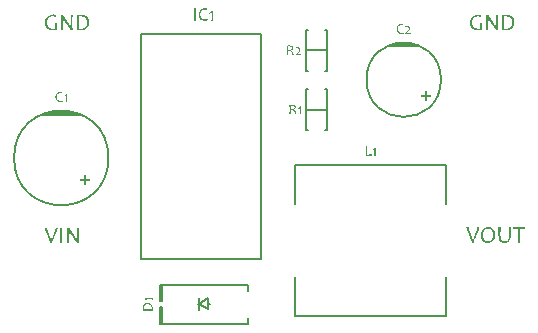
<source format=gto>
G04*
G04 #@! TF.GenerationSoftware,Altium Limited,Altium Designer,21.3.2 (30)*
G04*
G04 Layer_Color=65535*
%FSLAX25Y25*%
%MOIN*%
G70*
G04*
G04 #@! TF.SameCoordinates,97264966-10FB-41C2-9D5A-9FAD70EEB638*
G04*
G04*
G04 #@! TF.FilePolarity,Positive*
G04*
G01*
G75*
%ADD10C,0.00787*%
%ADD11C,0.00591*%
G36*
X384683Y332776D02*
X385462Y333140D01*
X387091Y333693D01*
X388770Y334065D01*
X390479Y334252D01*
X392198D01*
X393908Y334065D01*
X395586Y333693D01*
X397215Y333140D01*
X397994Y332776D01*
Y332776D01*
X384683Y332776D01*
D02*
G37*
G36*
X500259Y355818D02*
X500873Y356104D01*
X502155Y356540D01*
X503477Y356833D01*
X504823Y356980D01*
X506177D01*
X507523Y356833D01*
X508845Y356540D01*
X510127Y356104D01*
X510741Y355818D01*
D01*
X500259D01*
D02*
G37*
G36*
X545901Y294867D02*
X545819D01*
X545764Y294877D01*
X545691D01*
X545609Y294886D01*
X545509D01*
X545409Y294895D01*
X545163D01*
X544889Y294904D01*
X544598Y294913D01*
X544288D01*
Y294904D01*
Y294877D01*
Y294840D01*
Y294776D01*
Y294703D01*
Y294612D01*
Y294512D01*
Y294394D01*
X544279Y294257D01*
Y294111D01*
Y293956D01*
Y293783D01*
Y293601D01*
Y293410D01*
Y293200D01*
Y292991D01*
Y292972D01*
Y292936D01*
Y292863D01*
Y292772D01*
Y292654D01*
Y292508D01*
Y292353D01*
X544288Y292171D01*
Y291980D01*
Y291770D01*
Y291551D01*
X544297Y291314D01*
Y291069D01*
X544306Y290823D01*
X544315Y290303D01*
X543596D01*
Y290321D01*
Y290367D01*
Y290440D01*
X543605Y290531D01*
Y290658D01*
X543614Y290795D01*
Y290959D01*
X543623Y291141D01*
Y291342D01*
Y291551D01*
X543632Y291770D01*
Y292007D01*
X543641Y292490D01*
Y292991D01*
Y293000D01*
Y293045D01*
Y293100D01*
Y293182D01*
Y293282D01*
Y293391D01*
Y293519D01*
Y293665D01*
Y293966D01*
X543632Y294284D01*
Y294612D01*
X543623Y294913D01*
X543295D01*
X543204Y294904D01*
X542967D01*
X542831Y294895D01*
X542685D01*
X542530Y294886D01*
X542357Y294877D01*
X542175Y294867D01*
X541983Y294858D01*
X542002Y295423D01*
X545919D01*
X545901Y294867D01*
D02*
G37*
G36*
X530760Y295405D02*
X530751Y295377D01*
X530742Y295341D01*
X530732Y295277D01*
X530705Y295204D01*
X530678Y295104D01*
X530632Y294977D01*
X530587Y294831D01*
X530514Y294658D01*
X530441Y294448D01*
X530341Y294202D01*
X530286Y294075D01*
X530232Y293929D01*
X530168Y293774D01*
X530095Y293610D01*
X530022Y293446D01*
X529940Y293264D01*
X529858Y293064D01*
X529767Y292863D01*
Y292854D01*
X529758Y292836D01*
X529740Y292809D01*
X529721Y292763D01*
X529703Y292717D01*
X529676Y292654D01*
X529612Y292508D01*
X529539Y292335D01*
X529457Y292144D01*
X529366Y291925D01*
X529275Y291706D01*
X529093Y291260D01*
X529002Y291041D01*
X528929Y290841D01*
X528865Y290658D01*
X528819Y290504D01*
X528801Y290440D01*
X528783Y290385D01*
X528774Y290340D01*
Y290303D01*
X528255D01*
Y290321D01*
X528245Y290349D01*
X528236Y290385D01*
X528227Y290440D01*
X528209Y290513D01*
X528173Y290613D01*
X528136Y290731D01*
X528091Y290877D01*
X528027Y291059D01*
X527954Y291260D01*
X527863Y291506D01*
X527808Y291633D01*
X527754Y291779D01*
X527690Y291934D01*
X527626Y292089D01*
X527553Y292262D01*
X527480Y292444D01*
X527398Y292645D01*
X527316Y292845D01*
Y292854D01*
X527307Y292872D01*
X527289Y292900D01*
X527280Y292945D01*
X527252Y292991D01*
X527234Y293055D01*
X527171Y293200D01*
X527098Y293373D01*
X527016Y293574D01*
X526934Y293783D01*
X526852Y294011D01*
X526679Y294457D01*
X526597Y294676D01*
X526524Y294877D01*
X526469Y295059D01*
X526414Y295214D01*
X526405Y295277D01*
X526387Y295341D01*
X526378Y295387D01*
Y295423D01*
X527125D01*
Y295405D01*
X527134Y295387D01*
Y295350D01*
X527143Y295296D01*
X527161Y295223D01*
X527189Y295141D01*
X527216Y295031D01*
X527252Y294904D01*
X527298Y294749D01*
X527362Y294576D01*
X527426Y294366D01*
X527508Y294139D01*
X527608Y293865D01*
X527717Y293574D01*
X527781Y293410D01*
X527845Y293237D01*
Y293228D01*
X527854Y293218D01*
X527863Y293191D01*
X527872Y293155D01*
X527908Y293064D01*
X527954Y292936D01*
X528009Y292790D01*
X528072Y292626D01*
X528136Y292453D01*
X528209Y292262D01*
X528337Y291888D01*
X528400Y291706D01*
X528455Y291542D01*
X528501Y291387D01*
X528537Y291260D01*
X528555Y291160D01*
X528564Y291114D01*
Y291087D01*
X528601D01*
Y291105D01*
X528610Y291123D01*
Y291160D01*
X528619Y291214D01*
X528637Y291278D01*
X528665Y291369D01*
X528692Y291469D01*
X528728Y291597D01*
X528774Y291743D01*
X528838Y291916D01*
X528901Y292125D01*
X528983Y292353D01*
X529084Y292608D01*
X529193Y292900D01*
X529320Y293228D01*
Y293237D01*
X529330Y293246D01*
X529339Y293273D01*
X529348Y293309D01*
X529384Y293401D01*
X529439Y293519D01*
X529494Y293665D01*
X529548Y293829D01*
X529621Y294002D01*
X529685Y294193D01*
X529821Y294576D01*
X529876Y294758D01*
X529940Y294931D01*
X529986Y295086D01*
X530022Y295223D01*
X530040Y295341D01*
X530049Y295423D01*
X530760D01*
Y295405D01*
D02*
G37*
G36*
X541246Y295414D02*
Y295387D01*
Y295350D01*
Y295296D01*
Y295232D01*
X541236Y295150D01*
Y295068D01*
Y294968D01*
X541227Y294758D01*
Y294521D01*
X541218Y294275D01*
Y294029D01*
Y294020D01*
Y294002D01*
Y293966D01*
Y293920D01*
Y293865D01*
Y293801D01*
Y293637D01*
X541209Y293455D01*
Y293255D01*
Y293045D01*
Y292827D01*
Y292818D01*
Y292799D01*
Y292763D01*
Y292717D01*
X541200Y292654D01*
Y292581D01*
X541191Y292508D01*
X541173Y292417D01*
X541145Y292216D01*
X541100Y291998D01*
X541036Y291761D01*
X540954Y291515D01*
X540836Y291269D01*
X540699Y291032D01*
X540535Y290813D01*
X540435Y290713D01*
X540335Y290613D01*
X540216Y290522D01*
X540098Y290449D01*
X539961Y290376D01*
X539815Y290312D01*
X539660Y290267D01*
X539496Y290230D01*
X539323Y290212D01*
X539132Y290203D01*
X539041D01*
X538941Y290212D01*
X538813Y290221D01*
X538667Y290240D01*
X538503Y290267D01*
X538348Y290303D01*
X538194Y290349D01*
X538175Y290358D01*
X538130Y290376D01*
X538057Y290413D01*
X537975Y290467D01*
X537866Y290531D01*
X537765Y290613D01*
X537656Y290713D01*
X537556Y290823D01*
X537547Y290841D01*
X537520Y290877D01*
X537474Y290950D01*
X537419Y291041D01*
X537356Y291160D01*
X537301Y291296D01*
X537237Y291460D01*
X537191Y291633D01*
Y291642D01*
Y291652D01*
X537182Y291679D01*
X537173Y291724D01*
X537164Y291770D01*
X537155Y291825D01*
X537137Y291961D01*
X537119Y292134D01*
X537100Y292326D01*
X537091Y292553D01*
X537082Y292790D01*
Y292799D01*
Y292818D01*
Y292845D01*
Y292891D01*
Y292945D01*
Y293009D01*
Y293164D01*
Y293346D01*
Y293555D01*
X537073Y293783D01*
Y294020D01*
Y294029D01*
Y294047D01*
Y294084D01*
Y294139D01*
Y294193D01*
Y294266D01*
X537064Y294348D01*
Y294439D01*
Y294649D01*
X537055Y294886D01*
Y295150D01*
X537046Y295423D01*
X537793D01*
Y295405D01*
Y295359D01*
Y295277D01*
X537784Y295177D01*
Y295050D01*
X537775Y294904D01*
Y294740D01*
Y294567D01*
X537765Y294385D01*
Y294193D01*
X537756Y293801D01*
X537747Y293419D01*
Y293237D01*
Y293073D01*
Y293064D01*
Y293045D01*
Y293009D01*
Y292963D01*
Y292900D01*
Y292836D01*
X537756Y292681D01*
X537765Y292499D01*
X537775Y292317D01*
X537793Y292125D01*
X537811Y291952D01*
Y291943D01*
Y291934D01*
X537829Y291879D01*
X537847Y291797D01*
X537866Y291706D01*
X537902Y291588D01*
X537938Y291469D01*
X537993Y291351D01*
X538048Y291232D01*
X538057Y291223D01*
X538075Y291187D01*
X538121Y291141D01*
X538166Y291078D01*
X538230Y291014D01*
X538303Y290941D01*
X538385Y290886D01*
X538476Y290832D01*
X538485Y290823D01*
X538522Y290813D01*
X538585Y290795D01*
X538658Y290777D01*
X538758Y290750D01*
X538868Y290731D01*
X539004Y290722D01*
X539150Y290713D01*
X539223D01*
X539296Y290722D01*
X539396Y290731D01*
X539505Y290740D01*
X539615Y290768D01*
X539724Y290795D01*
X539833Y290832D01*
X539843Y290841D01*
X539879Y290859D01*
X539924Y290886D01*
X539988Y290923D01*
X540052Y290977D01*
X540125Y291050D01*
X540198Y291132D01*
X540262Y291223D01*
X540271Y291232D01*
X540289Y291278D01*
X540316Y291333D01*
X540353Y291424D01*
X540389Y291524D01*
X540435Y291642D01*
X540471Y291788D01*
X540498Y291943D01*
Y291952D01*
Y291961D01*
X540508Y291989D01*
Y292025D01*
X540517Y292071D01*
X540526Y292116D01*
X540535Y292253D01*
X540553Y292417D01*
X540562Y292608D01*
X540571Y292836D01*
Y293082D01*
Y293091D01*
Y293100D01*
Y293155D01*
Y293246D01*
Y293364D01*
Y293510D01*
X540562Y293674D01*
Y293865D01*
X540553Y294075D01*
Y294084D01*
Y294102D01*
Y294129D01*
Y294175D01*
Y294230D01*
Y294303D01*
X540544Y294375D01*
Y294466D01*
Y294658D01*
X540535Y294886D01*
X540526Y295150D01*
X540517Y295423D01*
X541246D01*
Y295414D01*
D02*
G37*
G36*
X533812Y295514D02*
X533894Y295505D01*
X533994Y295487D01*
X534094Y295469D01*
X534213Y295432D01*
X534340Y295396D01*
X534468Y295350D01*
X534604Y295296D01*
X534741Y295232D01*
X534887Y295150D01*
X535023Y295050D01*
X535160Y294949D01*
X535297Y294822D01*
X535306Y294813D01*
X535324Y294795D01*
X535360Y294749D01*
X535406Y294694D01*
X535461Y294621D01*
X535524Y294539D01*
X535588Y294439D01*
X535652Y294330D01*
X535716Y294202D01*
X535779Y294057D01*
X535843Y293902D01*
X535898Y293738D01*
X535944Y293555D01*
X535980Y293364D01*
X535998Y293155D01*
X536007Y292936D01*
Y292918D01*
Y292881D01*
X535998Y292818D01*
Y292726D01*
X535989Y292617D01*
X535971Y292499D01*
X535944Y292362D01*
X535916Y292207D01*
X535871Y292052D01*
X535825Y291888D01*
X535761Y291715D01*
X535688Y291551D01*
X535606Y291378D01*
X535506Y291214D01*
X535388Y291059D01*
X535260Y290914D01*
X535251Y290904D01*
X535224Y290877D01*
X535187Y290841D01*
X535133Y290795D01*
X535060Y290740D01*
X534969Y290677D01*
X534878Y290604D01*
X534768Y290540D01*
X534641Y290467D01*
X534513Y290394D01*
X534367Y290331D01*
X534222Y290276D01*
X534058Y290230D01*
X533894Y290194D01*
X533721Y290167D01*
X533538Y290158D01*
X533493D01*
X533447Y290167D01*
X533384D01*
X533302Y290176D01*
X533201Y290194D01*
X533101Y290212D01*
X532983Y290249D01*
X532855Y290285D01*
X532728Y290331D01*
X532591Y290385D01*
X532445Y290449D01*
X532309Y290531D01*
X532163Y290622D01*
X532026Y290731D01*
X531889Y290850D01*
X531880Y290859D01*
X531862Y290886D01*
X531826Y290923D01*
X531780Y290977D01*
X531726Y291050D01*
X531671Y291132D01*
X531607Y291232D01*
X531543Y291342D01*
X531470Y291469D01*
X531407Y291615D01*
X531352Y291770D01*
X531297Y291934D01*
X531252Y292116D01*
X531215Y292317D01*
X531197Y292517D01*
X531188Y292736D01*
Y292754D01*
Y292790D01*
X531197Y292863D01*
Y292945D01*
X531215Y293055D01*
X531224Y293182D01*
X531252Y293319D01*
X531279Y293474D01*
X531325Y293628D01*
X531370Y293792D01*
X531434Y293966D01*
X531507Y294139D01*
X531589Y294303D01*
X531689Y294466D01*
X531808Y294621D01*
X531935Y294767D01*
X531944Y294776D01*
X531972Y294804D01*
X532008Y294840D01*
X532072Y294886D01*
X532135Y294940D01*
X532227Y295004D01*
X532318Y295077D01*
X532427Y295150D01*
X532554Y295214D01*
X532682Y295286D01*
X532828Y295350D01*
X532974Y295405D01*
X533138Y295450D01*
X533302Y295487D01*
X533475Y295514D01*
X533657Y295523D01*
X533748D01*
X533812Y295514D01*
D02*
G37*
G36*
X530620Y366307D02*
X530748Y366298D01*
X530884Y366289D01*
X531039Y366271D01*
X531203Y366234D01*
X531367Y366198D01*
X531267Y365551D01*
X531258D01*
X531240Y365560D01*
X531203Y365569D01*
X531157Y365579D01*
X531103Y365588D01*
X531039Y365597D01*
X530893Y365633D01*
X530729Y365661D01*
X530556Y365679D01*
X530383Y365697D01*
X530219Y365706D01*
X530128D01*
X530064Y365697D01*
X529982Y365688D01*
X529891Y365679D01*
X529791Y365661D01*
X529682Y365633D01*
X529445Y365560D01*
X529326Y365515D01*
X529208Y365460D01*
X529089Y365396D01*
X528971Y365314D01*
X528862Y365223D01*
X528762Y365123D01*
X528753Y365114D01*
X528743Y365096D01*
X528716Y365069D01*
X528680Y365023D01*
X528643Y364968D01*
X528607Y364895D01*
X528561Y364823D01*
X528516Y364731D01*
X528461Y364631D01*
X528415Y364522D01*
X528342Y364285D01*
X528279Y364003D01*
X528270Y363857D01*
X528261Y363702D01*
Y363693D01*
Y363666D01*
Y363620D01*
X528270Y363556D01*
X528279Y363483D01*
X528288Y363392D01*
X528306Y363292D01*
X528333Y363192D01*
X528397Y362955D01*
X528452Y362827D01*
X528507Y362700D01*
X528570Y362572D01*
X528643Y362445D01*
X528734Y362317D01*
X528834Y362190D01*
X528844Y362181D01*
X528862Y362162D01*
X528898Y362135D01*
X528944Y362089D01*
X528998Y362044D01*
X529071Y361989D01*
X529162Y361935D01*
X529263Y361871D01*
X529372Y361816D01*
X529490Y361752D01*
X529627Y361698D01*
X529773Y361652D01*
X529928Y361607D01*
X530101Y361579D01*
X530283Y361561D01*
X530474Y361552D01*
X530556D01*
X530620Y361561D01*
X530702D01*
X530802Y361579D01*
X530921Y361588D01*
X531057Y361607D01*
Y361616D01*
Y361625D01*
X531048Y361680D01*
X531039Y361761D01*
X531030Y361880D01*
X531012Y362017D01*
X531003Y362181D01*
X530994Y362363D01*
Y362563D01*
Y362572D01*
Y362581D01*
Y362609D01*
Y362645D01*
Y362727D01*
X530984Y362846D01*
Y362982D01*
X530975Y363128D01*
X530957Y363292D01*
X530939Y363456D01*
X531649D01*
Y363447D01*
Y363429D01*
Y363401D01*
Y363365D01*
X531640Y363319D01*
Y363265D01*
Y363128D01*
X531631Y362955D01*
Y362773D01*
X531622Y362572D01*
Y362354D01*
Y362345D01*
Y362299D01*
Y362272D01*
Y362226D01*
Y362181D01*
Y362117D01*
X531631Y362053D01*
Y361971D01*
Y361880D01*
Y361771D01*
X531640Y361652D01*
Y361525D01*
X531649Y361379D01*
Y361224D01*
X531640D01*
X531622Y361215D01*
X531586Y361206D01*
X531540Y361197D01*
X531476Y361178D01*
X531413Y361160D01*
X531331Y361142D01*
X531249Y361124D01*
X531048Y361087D01*
X530829Y361051D01*
X530593Y361033D01*
X530347Y361024D01*
X530283D01*
X530219Y361033D01*
X530119D01*
X530010Y361042D01*
X529873Y361060D01*
X529727Y361087D01*
X529572Y361115D01*
X529408Y361151D01*
X529235Y361206D01*
X529062Y361261D01*
X528889Y361333D01*
X528716Y361415D01*
X528552Y361516D01*
X528397Y361625D01*
X528261Y361752D01*
X528251Y361761D01*
X528233Y361789D01*
X528197Y361825D01*
X528151Y361889D01*
X528096Y361953D01*
X528042Y362044D01*
X527978Y362144D01*
X527914Y362253D01*
X527842Y362381D01*
X527778Y362518D01*
X527723Y362672D01*
X527668Y362837D01*
X527623Y363000D01*
X527586Y363183D01*
X527568Y363374D01*
X527559Y363574D01*
Y363583D01*
Y363620D01*
X527568Y363684D01*
Y363757D01*
X527586Y363857D01*
X527596Y363966D01*
X527623Y364094D01*
X527659Y364230D01*
X527696Y364376D01*
X527750Y364531D01*
X527805Y364686D01*
X527878Y364850D01*
X527969Y365014D01*
X528069Y365178D01*
X528188Y365342D01*
X528324Y365497D01*
X528333Y365506D01*
X528361Y365533D01*
X528406Y365569D01*
X528461Y365624D01*
X528543Y365688D01*
X528634Y365761D01*
X528753Y365834D01*
X528880Y365907D01*
X529017Y365980D01*
X529181Y366061D01*
X529354Y366125D01*
X529545Y366189D01*
X529745Y366244D01*
X529964Y366280D01*
X530201Y366307D01*
X530447Y366317D01*
X530529D01*
X530620Y366307D01*
D02*
G37*
G36*
X536869Y366234D02*
Y366198D01*
X536860Y366143D01*
Y366061D01*
X536851Y365961D01*
Y365843D01*
X536842Y365706D01*
X536833Y365551D01*
X536824Y365378D01*
Y365196D01*
X536815Y364996D01*
X536806Y364777D01*
Y364549D01*
X536797Y364312D01*
Y364066D01*
Y363811D01*
Y363793D01*
Y363748D01*
Y363675D01*
Y363574D01*
Y363447D01*
Y363301D01*
X536806Y363128D01*
Y362946D01*
Y362745D01*
X536815Y362536D01*
X536824Y362308D01*
Y362080D01*
X536842Y361607D01*
X536869Y361124D01*
X536314D01*
Y361133D01*
X536305Y361142D01*
X536296Y361160D01*
X536277Y361197D01*
X536250Y361242D01*
X536204Y361306D01*
X536150Y361379D01*
X536086Y361488D01*
X535995Y361607D01*
X535895Y361761D01*
X535767Y361944D01*
X535621Y362153D01*
X535448Y362399D01*
X535348Y362536D01*
X535248Y362682D01*
X535139Y362837D01*
X535020Y363000D01*
Y363010D01*
X535002Y363019D01*
X534984Y363046D01*
X534966Y363083D01*
X534893Y363183D01*
X534811Y363310D01*
X534701Y363456D01*
X534583Y363629D01*
X534455Y363820D01*
X534319Y364021D01*
X534055Y364431D01*
X533927Y364631D01*
X533799Y364823D01*
X533690Y365005D01*
X533599Y365169D01*
X533526Y365305D01*
X533481Y365415D01*
X533444D01*
Y365406D01*
Y365369D01*
X533453Y365323D01*
Y365260D01*
X533462Y365178D01*
X533471Y365078D01*
Y364968D01*
X533481Y364859D01*
X533499Y364604D01*
X533508Y364331D01*
X533517Y364048D01*
Y363784D01*
Y363766D01*
Y363729D01*
Y363656D01*
Y363556D01*
Y363438D01*
Y363292D01*
X533526Y363137D01*
Y362955D01*
Y362764D01*
Y362554D01*
X533535Y362335D01*
X533544Y362108D01*
X533553Y361625D01*
X533572Y361124D01*
X532916D01*
Y361142D01*
Y361178D01*
X532925Y361251D01*
Y361343D01*
X532934Y361461D01*
Y361607D01*
X532943Y361761D01*
X532952Y361935D01*
Y362135D01*
X532961Y362345D01*
Y362563D01*
X532970Y362800D01*
Y363037D01*
X532979Y363292D01*
Y363811D01*
Y363829D01*
Y363875D01*
Y363948D01*
Y364048D01*
Y364167D01*
Y364303D01*
X532970Y364467D01*
Y364640D01*
Y364823D01*
X532961Y365014D01*
X532952Y365424D01*
X532934Y365843D01*
X532916Y366244D01*
X533672D01*
Y366234D01*
X533681Y366225D01*
X533690Y366198D01*
X533708Y366171D01*
X533736Y366116D01*
X533772Y366061D01*
X533818Y365980D01*
X533881Y365879D01*
X533963Y365761D01*
X534055Y365615D01*
X534173Y365442D01*
X534310Y365242D01*
X534464Y365014D01*
X534647Y364750D01*
X534747Y364604D01*
X534856Y364449D01*
Y364440D01*
X534874Y364431D01*
X534883Y364403D01*
X534911Y364376D01*
X534975Y364285D01*
X535057Y364167D01*
X535148Y364021D01*
X535257Y363866D01*
X535375Y363684D01*
X535503Y363502D01*
X535749Y363110D01*
X535867Y362918D01*
X535986Y362727D01*
X536086Y362554D01*
X536168Y362399D01*
X536232Y362263D01*
X536277Y362144D01*
X536314D01*
Y362153D01*
Y362190D01*
X536305Y362235D01*
Y362308D01*
X536296Y362390D01*
Y362481D01*
X536286Y362591D01*
Y362709D01*
X536268Y362964D01*
X536259Y363237D01*
X536250Y363511D01*
Y363775D01*
Y363793D01*
Y363839D01*
Y363921D01*
Y364021D01*
Y364148D01*
Y364294D01*
Y364449D01*
X536241Y364631D01*
Y364823D01*
Y365023D01*
X536232Y365433D01*
X536214Y365852D01*
X536204Y366052D01*
X536195Y366244D01*
X536869D01*
Y366234D01*
D02*
G37*
G36*
X539912Y366262D02*
X540022Y366253D01*
X540158Y366234D01*
X540304Y366216D01*
X540459Y366189D01*
X540623Y366153D01*
X540796Y366107D01*
X540960Y366052D01*
X541133Y365980D01*
X541297Y365907D01*
X541452Y365815D01*
X541598Y365706D01*
X541725Y365588D01*
X541734Y365579D01*
X541752Y365560D01*
X541789Y365515D01*
X541825Y365469D01*
X541880Y365396D01*
X541935Y365314D01*
X541998Y365223D01*
X542062Y365114D01*
X542117Y364996D01*
X542181Y364868D01*
X542235Y364722D01*
X542290Y364577D01*
X542326Y364412D01*
X542363Y364239D01*
X542381Y364057D01*
X542390Y363866D01*
Y363857D01*
Y363820D01*
Y363757D01*
X542381Y363675D01*
X542372Y363583D01*
X542354Y363465D01*
X542326Y363338D01*
X542299Y363201D01*
X542263Y363055D01*
X542217Y362891D01*
X542162Y362736D01*
X542090Y362563D01*
X542007Y362399D01*
X541916Y362235D01*
X541807Y362071D01*
X541680Y361907D01*
X541670Y361898D01*
X541643Y361871D01*
X541607Y361834D01*
X541552Y361780D01*
X541479Y361716D01*
X541388Y361643D01*
X541288Y361570D01*
X541169Y361488D01*
X541033Y361406D01*
X540887Y361333D01*
X540723Y361261D01*
X540550Y361197D01*
X540359Y361151D01*
X540158Y361106D01*
X539939Y361078D01*
X539712Y361069D01*
X539530D01*
X539466Y361078D01*
X539202D01*
X539083Y361087D01*
X538965Y361097D01*
X538828D01*
X538682Y361106D01*
X538518Y361115D01*
X538345Y361124D01*
Y361142D01*
Y361178D01*
X538354Y361242D01*
Y361333D01*
Y361452D01*
X538364Y361588D01*
Y361743D01*
X538373Y361916D01*
X538382Y362108D01*
Y362317D01*
X538391Y362536D01*
Y362773D01*
Y363019D01*
X538400Y363274D01*
Y363811D01*
Y363829D01*
Y363875D01*
Y363948D01*
Y364048D01*
Y364167D01*
Y364303D01*
Y364458D01*
X538391Y364631D01*
Y364823D01*
Y365014D01*
X538382Y365424D01*
X538364Y365843D01*
X538345Y366244D01*
X539047D01*
X539147Y366253D01*
X539311D01*
X539366Y366262D01*
X539429D01*
X539575Y366271D01*
X539821D01*
X539912Y366262D01*
D02*
G37*
G36*
X397178Y295268D02*
Y295232D01*
X397169Y295177D01*
Y295095D01*
X397160Y294995D01*
Y294877D01*
X397150Y294740D01*
X397141Y294585D01*
X397132Y294412D01*
Y294230D01*
X397123Y294029D01*
X397114Y293811D01*
Y293583D01*
X397105Y293346D01*
Y293100D01*
Y292845D01*
Y292827D01*
Y292781D01*
Y292708D01*
Y292608D01*
Y292480D01*
Y292335D01*
X397114Y292162D01*
Y291980D01*
Y291779D01*
X397123Y291569D01*
X397132Y291342D01*
Y291114D01*
X397150Y290640D01*
X397178Y290158D01*
X396622D01*
Y290167D01*
X396613Y290176D01*
X396604Y290194D01*
X396586Y290230D01*
X396558Y290276D01*
X396513Y290340D01*
X396458Y290413D01*
X396394Y290522D01*
X396303Y290640D01*
X396203Y290795D01*
X396076Y290977D01*
X395930Y291187D01*
X395757Y291433D01*
X395656Y291569D01*
X395556Y291715D01*
X395447Y291870D01*
X395328Y292034D01*
Y292043D01*
X395310Y292052D01*
X395292Y292080D01*
X395274Y292116D01*
X395201Y292216D01*
X395119Y292344D01*
X395010Y292490D01*
X394891Y292663D01*
X394764Y292854D01*
X394627Y293055D01*
X394363Y293464D01*
X394235Y293665D01*
X394108Y293856D01*
X393998Y294038D01*
X393907Y294202D01*
X393834Y294339D01*
X393789Y294448D01*
X393753D01*
Y294439D01*
Y294403D01*
X393762Y294357D01*
Y294293D01*
X393771Y294211D01*
X393780Y294111D01*
Y294002D01*
X393789Y293893D01*
X393807Y293637D01*
X393816Y293364D01*
X393825Y293082D01*
Y292818D01*
Y292799D01*
Y292763D01*
Y292690D01*
Y292590D01*
Y292471D01*
Y292326D01*
X393834Y292171D01*
Y291989D01*
Y291797D01*
Y291588D01*
X393844Y291369D01*
X393853Y291141D01*
X393862Y290658D01*
X393880Y290158D01*
X393224D01*
Y290176D01*
Y290212D01*
X393233Y290285D01*
Y290376D01*
X393242Y290494D01*
Y290640D01*
X393251Y290795D01*
X393261Y290968D01*
Y291169D01*
X393270Y291378D01*
Y291597D01*
X393279Y291834D01*
Y292071D01*
X393288Y292326D01*
Y292845D01*
Y292863D01*
Y292909D01*
Y292982D01*
Y293082D01*
Y293200D01*
Y293337D01*
X393279Y293501D01*
Y293674D01*
Y293856D01*
X393270Y294047D01*
X393261Y294457D01*
X393242Y294877D01*
X393224Y295277D01*
X393980D01*
Y295268D01*
X393989Y295259D01*
X393998Y295232D01*
X394017Y295204D01*
X394044Y295150D01*
X394080Y295095D01*
X394126Y295013D01*
X394190Y294913D01*
X394272Y294795D01*
X394363Y294649D01*
X394481Y294476D01*
X394618Y294275D01*
X394773Y294047D01*
X394955Y293783D01*
X395055Y293637D01*
X395164Y293483D01*
Y293474D01*
X395183Y293464D01*
X395192Y293437D01*
X395219Y293410D01*
X395283Y293319D01*
X395365Y293200D01*
X395456Y293055D01*
X395565Y292900D01*
X395684Y292717D01*
X395811Y292535D01*
X396057Y292144D01*
X396176Y291952D01*
X396294Y291761D01*
X396394Y291588D01*
X396476Y291433D01*
X396540Y291296D01*
X396586Y291178D01*
X396622D01*
Y291187D01*
Y291223D01*
X396613Y291269D01*
Y291342D01*
X396604Y291424D01*
Y291515D01*
X396595Y291624D01*
Y291743D01*
X396577Y291998D01*
X396568Y292271D01*
X396558Y292544D01*
Y292809D01*
Y292827D01*
Y292872D01*
Y292954D01*
Y293055D01*
Y293182D01*
Y293328D01*
Y293483D01*
X396549Y293665D01*
Y293856D01*
Y294057D01*
X396540Y294466D01*
X396522Y294886D01*
X396513Y295086D01*
X396504Y295277D01*
X397178D01*
Y295268D01*
D02*
G37*
G36*
X390209Y295259D02*
X390200Y295232D01*
X390191Y295195D01*
X390181Y295131D01*
X390154Y295059D01*
X390127Y294958D01*
X390081Y294831D01*
X390036Y294685D01*
X389963Y294512D01*
X389890Y294303D01*
X389790Y294057D01*
X389735Y293929D01*
X389680Y293783D01*
X389616Y293628D01*
X389544Y293464D01*
X389471Y293300D01*
X389389Y293118D01*
X389307Y292918D01*
X389216Y292717D01*
Y292708D01*
X389207Y292690D01*
X389188Y292663D01*
X389170Y292617D01*
X389152Y292572D01*
X389125Y292508D01*
X389061Y292362D01*
X388988Y292189D01*
X388906Y291998D01*
X388815Y291779D01*
X388724Y291560D01*
X388542Y291114D01*
X388451Y290895D01*
X388378Y290695D01*
X388314Y290513D01*
X388268Y290358D01*
X388250Y290294D01*
X388232Y290240D01*
X388223Y290194D01*
Y290158D01*
X387703D01*
Y290176D01*
X387694Y290203D01*
X387685Y290240D01*
X387676Y290294D01*
X387658Y290367D01*
X387621Y290467D01*
X387585Y290586D01*
X387539Y290731D01*
X387476Y290914D01*
X387403Y291114D01*
X387312Y291360D01*
X387257Y291488D01*
X387202Y291633D01*
X387139Y291788D01*
X387075Y291943D01*
X387002Y292116D01*
X386929Y292298D01*
X386847Y292499D01*
X386765Y292699D01*
Y292708D01*
X386756Y292726D01*
X386738Y292754D01*
X386729Y292799D01*
X386701Y292845D01*
X386683Y292909D01*
X386619Y293055D01*
X386546Y293228D01*
X386465Y293428D01*
X386383Y293637D01*
X386300Y293865D01*
X386127Y294312D01*
X386045Y294530D01*
X385972Y294731D01*
X385918Y294913D01*
X385863Y295068D01*
X385854Y295131D01*
X385836Y295195D01*
X385827Y295241D01*
Y295277D01*
X386574D01*
Y295259D01*
X386583Y295241D01*
Y295204D01*
X386592Y295150D01*
X386610Y295077D01*
X386638Y294995D01*
X386665Y294886D01*
X386701Y294758D01*
X386747Y294603D01*
X386811Y294430D01*
X386874Y294220D01*
X386956Y293993D01*
X387057Y293720D01*
X387166Y293428D01*
X387230Y293264D01*
X387294Y293091D01*
Y293082D01*
X387303Y293073D01*
X387312Y293045D01*
X387321Y293009D01*
X387357Y292918D01*
X387403Y292790D01*
X387457Y292645D01*
X387521Y292480D01*
X387585Y292307D01*
X387658Y292116D01*
X387785Y291743D01*
X387849Y291560D01*
X387904Y291396D01*
X387949Y291242D01*
X387986Y291114D01*
X388004Y291014D01*
X388013Y290968D01*
Y290941D01*
X388050D01*
Y290959D01*
X388059Y290977D01*
Y291014D01*
X388068Y291069D01*
X388086Y291132D01*
X388113Y291223D01*
X388141Y291324D01*
X388177Y291451D01*
X388223Y291597D01*
X388286Y291770D01*
X388350Y291980D01*
X388432Y292207D01*
X388532Y292462D01*
X388642Y292754D01*
X388769Y293082D01*
Y293091D01*
X388778Y293100D01*
X388788Y293127D01*
X388797Y293164D01*
X388833Y293255D01*
X388888Y293373D01*
X388942Y293519D01*
X388997Y293683D01*
X389070Y293856D01*
X389134Y294047D01*
X389270Y294430D01*
X389325Y294612D01*
X389389Y294785D01*
X389434Y294940D01*
X389471Y295077D01*
X389489Y295195D01*
X389498Y295277D01*
X390209D01*
Y295259D01*
D02*
G37*
G36*
X391739Y295268D02*
Y295232D01*
X391730Y295168D01*
Y295086D01*
Y294986D01*
X391721Y294867D01*
Y294731D01*
X391712Y294567D01*
X391703Y294403D01*
Y294211D01*
X391694Y294011D01*
Y293801D01*
Y293574D01*
X391685Y293337D01*
Y292845D01*
Y292827D01*
Y292781D01*
Y292708D01*
Y292599D01*
Y292480D01*
Y292326D01*
X391694Y292162D01*
Y291980D01*
Y291779D01*
Y291560D01*
X391703Y291342D01*
X391712Y291114D01*
X391721Y290640D01*
X391739Y290158D01*
X390992D01*
Y290176D01*
Y290212D01*
X391001Y290285D01*
Y290376D01*
Y290494D01*
X391010Y290640D01*
Y290795D01*
X391020Y290968D01*
X391029Y291169D01*
Y291378D01*
X391038Y291597D01*
Y291834D01*
Y292071D01*
X391047Y292326D01*
Y292845D01*
Y292863D01*
Y292909D01*
Y292982D01*
Y293082D01*
Y293200D01*
Y293337D01*
Y293501D01*
X391038Y293674D01*
Y293856D01*
Y294047D01*
X391029Y294457D01*
X391010Y294877D01*
X390992Y295277D01*
X391739D01*
Y295268D01*
D02*
G37*
G36*
X388888Y366307D02*
X389015Y366298D01*
X389152Y366289D01*
X389307Y366271D01*
X389471Y366234D01*
X389635Y366198D01*
X389534Y365551D01*
X389525D01*
X389507Y365560D01*
X389471Y365569D01*
X389425Y365579D01*
X389371Y365588D01*
X389307Y365597D01*
X389161Y365633D01*
X388997Y365661D01*
X388824Y365679D01*
X388651Y365697D01*
X388487Y365706D01*
X388396D01*
X388332Y365697D01*
X388250Y365688D01*
X388159Y365679D01*
X388059Y365661D01*
X387949Y365633D01*
X387713Y365560D01*
X387594Y365515D01*
X387476Y365460D01*
X387357Y365396D01*
X387239Y365314D01*
X387129Y365223D01*
X387029Y365123D01*
X387020Y365114D01*
X387011Y365096D01*
X386984Y365069D01*
X386947Y365023D01*
X386911Y364968D01*
X386874Y364895D01*
X386829Y364823D01*
X386783Y364731D01*
X386729Y364631D01*
X386683Y364522D01*
X386610Y364285D01*
X386546Y364003D01*
X386537Y363857D01*
X386528Y363702D01*
Y363693D01*
Y363666D01*
Y363620D01*
X386537Y363556D01*
X386546Y363483D01*
X386556Y363392D01*
X386574Y363292D01*
X386601Y363192D01*
X386665Y362955D01*
X386719Y362827D01*
X386774Y362700D01*
X386838Y362572D01*
X386911Y362445D01*
X387002Y362317D01*
X387102Y362190D01*
X387111Y362181D01*
X387129Y362162D01*
X387166Y362135D01*
X387211Y362089D01*
X387266Y362044D01*
X387339Y361989D01*
X387430Y361935D01*
X387530Y361871D01*
X387640Y361816D01*
X387758Y361752D01*
X387895Y361698D01*
X388040Y361652D01*
X388195Y361607D01*
X388369Y361579D01*
X388551Y361561D01*
X388742Y361552D01*
X388824D01*
X388888Y361561D01*
X388970D01*
X389070Y361579D01*
X389188Y361588D01*
X389325Y361607D01*
Y361616D01*
Y361625D01*
X389316Y361680D01*
X389307Y361761D01*
X389298Y361880D01*
X389280Y362017D01*
X389270Y362181D01*
X389261Y362363D01*
Y362563D01*
Y362572D01*
Y362581D01*
Y362609D01*
Y362645D01*
Y362727D01*
X389252Y362846D01*
Y362982D01*
X389243Y363128D01*
X389225Y363292D01*
X389207Y363456D01*
X389917D01*
Y363447D01*
Y363429D01*
Y363401D01*
Y363365D01*
X389908Y363319D01*
Y363265D01*
Y363128D01*
X389899Y362955D01*
Y362773D01*
X389890Y362572D01*
Y362354D01*
Y362345D01*
Y362299D01*
Y362272D01*
Y362226D01*
Y362181D01*
Y362117D01*
X389899Y362053D01*
Y361971D01*
Y361880D01*
Y361771D01*
X389908Y361652D01*
Y361525D01*
X389917Y361379D01*
Y361224D01*
X389908D01*
X389890Y361215D01*
X389853Y361206D01*
X389808Y361197D01*
X389744Y361178D01*
X389680Y361160D01*
X389598Y361142D01*
X389516Y361124D01*
X389316Y361087D01*
X389097Y361051D01*
X388860Y361033D01*
X388614Y361024D01*
X388551D01*
X388487Y361033D01*
X388387D01*
X388277Y361042D01*
X388141Y361060D01*
X387995Y361087D01*
X387840Y361115D01*
X387676Y361151D01*
X387503Y361206D01*
X387330Y361261D01*
X387157Y361333D01*
X386984Y361415D01*
X386820Y361516D01*
X386665Y361625D01*
X386528Y361752D01*
X386519Y361761D01*
X386501Y361789D01*
X386465Y361825D01*
X386419Y361889D01*
X386364Y361953D01*
X386310Y362044D01*
X386246Y362144D01*
X386182Y362253D01*
X386109Y362381D01*
X386045Y362518D01*
X385991Y362672D01*
X385936Y362837D01*
X385891Y363000D01*
X385854Y363183D01*
X385836Y363374D01*
X385827Y363574D01*
Y363583D01*
Y363620D01*
X385836Y363684D01*
Y363757D01*
X385854Y363857D01*
X385863Y363966D01*
X385891Y364094D01*
X385927Y364230D01*
X385963Y364376D01*
X386018Y364531D01*
X386073Y364686D01*
X386146Y364850D01*
X386237Y365014D01*
X386337Y365178D01*
X386455Y365342D01*
X386592Y365497D01*
X386601Y365506D01*
X386629Y365533D01*
X386674Y365569D01*
X386729Y365624D01*
X386811Y365688D01*
X386902Y365761D01*
X387020Y365834D01*
X387148Y365907D01*
X387284Y365980D01*
X387448Y366061D01*
X387621Y366125D01*
X387813Y366189D01*
X388013Y366244D01*
X388232Y366280D01*
X388469Y366307D01*
X388715Y366317D01*
X388797D01*
X388888Y366307D01*
D02*
G37*
G36*
X395137Y366234D02*
Y366198D01*
X395128Y366143D01*
Y366061D01*
X395119Y365961D01*
Y365843D01*
X395110Y365706D01*
X395101Y365551D01*
X395092Y365378D01*
Y365196D01*
X395082Y364996D01*
X395073Y364777D01*
Y364549D01*
X395064Y364312D01*
Y364066D01*
Y363811D01*
Y363793D01*
Y363748D01*
Y363675D01*
Y363574D01*
Y363447D01*
Y363301D01*
X395073Y363128D01*
Y362946D01*
Y362745D01*
X395082Y362536D01*
X395092Y362308D01*
Y362080D01*
X395110Y361607D01*
X395137Y361124D01*
X394582D01*
Y361133D01*
X394572Y361142D01*
X394563Y361160D01*
X394545Y361197D01*
X394518Y361242D01*
X394472Y361306D01*
X394418Y361379D01*
X394354Y361488D01*
X394263Y361607D01*
X394162Y361761D01*
X394035Y361944D01*
X393889Y362153D01*
X393716Y362399D01*
X393616Y362536D01*
X393516Y362682D01*
X393406Y362837D01*
X393288Y363000D01*
Y363010D01*
X393270Y363019D01*
X393251Y363046D01*
X393233Y363083D01*
X393160Y363183D01*
X393078Y363310D01*
X392969Y363456D01*
X392851Y363629D01*
X392723Y363820D01*
X392586Y364021D01*
X392322Y364431D01*
X392195Y364631D01*
X392067Y364823D01*
X391958Y365005D01*
X391867Y365169D01*
X391794Y365305D01*
X391748Y365415D01*
X391712D01*
Y365406D01*
Y365369D01*
X391721Y365323D01*
Y365260D01*
X391730Y365178D01*
X391739Y365078D01*
Y364968D01*
X391748Y364859D01*
X391767Y364604D01*
X391776Y364331D01*
X391785Y364048D01*
Y363784D01*
Y363766D01*
Y363729D01*
Y363656D01*
Y363556D01*
Y363438D01*
Y363292D01*
X391794Y363137D01*
Y362955D01*
Y362764D01*
Y362554D01*
X391803Y362335D01*
X391812Y362108D01*
X391821Y361625D01*
X391839Y361124D01*
X391183D01*
Y361142D01*
Y361178D01*
X391193Y361251D01*
Y361343D01*
X391202Y361461D01*
Y361607D01*
X391211Y361761D01*
X391220Y361935D01*
Y362135D01*
X391229Y362345D01*
Y362563D01*
X391238Y362800D01*
Y363037D01*
X391247Y363292D01*
Y363811D01*
Y363829D01*
Y363875D01*
Y363948D01*
Y364048D01*
Y364167D01*
Y364303D01*
X391238Y364467D01*
Y364640D01*
Y364823D01*
X391229Y365014D01*
X391220Y365424D01*
X391202Y365843D01*
X391183Y366244D01*
X391940D01*
Y366234D01*
X391949Y366225D01*
X391958Y366198D01*
X391976Y366171D01*
X392003Y366116D01*
X392040Y366061D01*
X392085Y365980D01*
X392149Y365879D01*
X392231Y365761D01*
X392322Y365615D01*
X392441Y365442D01*
X392577Y365242D01*
X392732Y365014D01*
X392914Y364750D01*
X393015Y364604D01*
X393124Y364449D01*
Y364440D01*
X393142Y364431D01*
X393151Y364403D01*
X393179Y364376D01*
X393242Y364285D01*
X393324Y364167D01*
X393415Y364021D01*
X393525Y363866D01*
X393643Y363684D01*
X393771Y363502D01*
X394017Y363110D01*
X394135Y362918D01*
X394253Y362727D01*
X394354Y362554D01*
X394436Y362399D01*
X394499Y362263D01*
X394545Y362144D01*
X394582D01*
Y362153D01*
Y362190D01*
X394572Y362235D01*
Y362308D01*
X394563Y362390D01*
Y362481D01*
X394554Y362591D01*
Y362709D01*
X394536Y362964D01*
X394527Y363237D01*
X394518Y363511D01*
Y363775D01*
Y363793D01*
Y363839D01*
Y363921D01*
Y364021D01*
Y364148D01*
Y364294D01*
Y364449D01*
X394509Y364631D01*
Y364823D01*
Y365023D01*
X394499Y365433D01*
X394481Y365852D01*
X394472Y366052D01*
X394463Y366244D01*
X395137D01*
Y366234D01*
D02*
G37*
G36*
X398180Y366262D02*
X398289Y366253D01*
X398426Y366234D01*
X398572Y366216D01*
X398727Y366189D01*
X398890Y366153D01*
X399064Y366107D01*
X399228Y366052D01*
X399401Y365980D01*
X399565Y365907D01*
X399720Y365815D01*
X399865Y365706D01*
X399993Y365588D01*
X400002Y365579D01*
X400020Y365560D01*
X400057Y365515D01*
X400093Y365469D01*
X400148Y365396D01*
X400202Y365314D01*
X400266Y365223D01*
X400330Y365114D01*
X400385Y364996D01*
X400448Y364868D01*
X400503Y364722D01*
X400558Y364577D01*
X400594Y364412D01*
X400631Y364239D01*
X400649Y364057D01*
X400658Y363866D01*
Y363857D01*
Y363820D01*
Y363757D01*
X400649Y363675D01*
X400640Y363583D01*
X400621Y363465D01*
X400594Y363338D01*
X400567Y363201D01*
X400530Y363055D01*
X400485Y362891D01*
X400430Y362736D01*
X400357Y362563D01*
X400275Y362399D01*
X400184Y362235D01*
X400075Y362071D01*
X399947Y361907D01*
X399938Y361898D01*
X399911Y361871D01*
X399874Y361834D01*
X399820Y361780D01*
X399747Y361716D01*
X399656Y361643D01*
X399555Y361570D01*
X399437Y361488D01*
X399301Y361406D01*
X399155Y361333D01*
X398991Y361261D01*
X398818Y361197D01*
X398626Y361151D01*
X398426Y361106D01*
X398207Y361078D01*
X397979Y361069D01*
X397797D01*
X397733Y361078D01*
X397469D01*
X397351Y361087D01*
X397233Y361097D01*
X397096D01*
X396950Y361106D01*
X396786Y361115D01*
X396613Y361124D01*
Y361142D01*
Y361178D01*
X396622Y361242D01*
Y361333D01*
Y361452D01*
X396631Y361588D01*
Y361743D01*
X396640Y361916D01*
X396649Y362108D01*
Y362317D01*
X396659Y362536D01*
Y362773D01*
Y363019D01*
X396668Y363274D01*
Y363811D01*
Y363829D01*
Y363875D01*
Y363948D01*
Y364048D01*
Y364167D01*
Y364303D01*
Y364458D01*
X396659Y364631D01*
Y364823D01*
Y365014D01*
X396649Y365424D01*
X396631Y365843D01*
X396613Y366244D01*
X397315D01*
X397415Y366253D01*
X397579D01*
X397633Y366262D01*
X397697D01*
X397843Y366271D01*
X398089D01*
X398180Y366262D01*
D02*
G37*
G36*
X513199Y339468D02*
X514569D01*
Y338885D01*
X513199D01*
Y337514D01*
X512623D01*
Y338885D01*
X511238D01*
Y339468D01*
X512623D01*
Y340839D01*
X513199D01*
Y339468D01*
D02*
G37*
G36*
X399628Y311425D02*
X400998D01*
Y310842D01*
X399628D01*
Y309471D01*
X399052D01*
Y310842D01*
X397667D01*
Y311425D01*
X399052D01*
Y312795D01*
X399628D01*
Y311425D01*
D02*
G37*
G36*
X470074Y355370D02*
X470120D01*
X470173Y355364D01*
X470295Y355347D01*
X470429Y355324D01*
X470564Y355283D01*
X470698Y355224D01*
X470756Y355189D01*
X470808Y355149D01*
X470814D01*
X470820Y355137D01*
X470849Y355108D01*
X470896Y355061D01*
X470942Y354997D01*
X470989Y354915D01*
X471036Y354822D01*
X471065Y354717D01*
X471077Y354659D01*
Y354601D01*
Y354595D01*
Y354577D01*
Y354554D01*
X471071Y354519D01*
X471065Y354478D01*
X471059Y354426D01*
X471047Y354373D01*
X471036Y354315D01*
X470989Y354181D01*
X470966Y354105D01*
X470931Y354035D01*
X470890Y353959D01*
X470843Y353889D01*
X470791Y353814D01*
X470727Y353744D01*
X470721Y353738D01*
X470709Y353726D01*
X470692Y353709D01*
X470663Y353679D01*
X470628Y353644D01*
X470587Y353609D01*
X470540Y353563D01*
X470488Y353516D01*
X470429Y353464D01*
X470365Y353411D01*
X470214Y353289D01*
X470050Y353166D01*
X469864Y353044D01*
Y353021D01*
X470214D01*
X470313Y353027D01*
X470523D01*
X470639Y353032D01*
X470762D01*
X471018Y353038D01*
X471281Y353050D01*
X471228Y352700D01*
X469403D01*
X469450Y353038D01*
X469456Y353044D01*
X469479Y353056D01*
X469514Y353079D01*
X469555Y353114D01*
X469607Y353149D01*
X469671Y353196D01*
X469736Y353248D01*
X469811Y353300D01*
X469963Y353417D01*
X470115Y353545D01*
X470185Y353604D01*
X470249Y353668D01*
X470313Y353726D01*
X470365Y353784D01*
X470371Y353790D01*
X470377Y353796D01*
X470389Y353814D01*
X470406Y353837D01*
X470429Y353866D01*
X470453Y353901D01*
X470499Y353983D01*
X470546Y354087D01*
X470593Y354204D01*
X470622Y354338D01*
X470634Y354408D01*
Y354478D01*
Y354484D01*
Y354502D01*
X470628Y354531D01*
X470622Y354560D01*
X470610Y354601D01*
X470599Y354647D01*
X470575Y354694D01*
X470546Y354746D01*
X470505Y354799D01*
X470459Y354845D01*
X470400Y354892D01*
X470336Y354933D01*
X470255Y354968D01*
X470155Y354991D01*
X470050Y355009D01*
X469922Y355014D01*
X469817D01*
X469747Y355009D01*
X469671Y355003D01*
X469590Y354997D01*
X469508Y354985D01*
X469438Y354974D01*
X469491Y355329D01*
X469502D01*
X469526Y355335D01*
X469567Y355347D01*
X469625Y355353D01*
X469695Y355364D01*
X469776Y355370D01*
X469870Y355376D01*
X470033D01*
X470074Y355370D01*
D02*
G37*
G36*
X467637Y355988D02*
X467713Y355982D01*
X467794Y355971D01*
X467887Y355953D01*
X467987Y355930D01*
X468092Y355901D01*
X468191Y355860D01*
X468290Y355807D01*
X468383Y355743D01*
X468470Y355673D01*
X468540Y355586D01*
X468593Y355481D01*
X468628Y355364D01*
X468634Y355300D01*
X468640Y355230D01*
Y355224D01*
Y355201D01*
X468634Y355172D01*
X468628Y355125D01*
X468622Y355079D01*
X468605Y355020D01*
X468587Y354950D01*
X468564Y354886D01*
X468529Y354811D01*
X468488Y354735D01*
X468441Y354665D01*
X468377Y354589D01*
X468307Y354519D01*
X468226Y354455D01*
X468132Y354397D01*
X468022Y354344D01*
Y354315D01*
X468027D01*
X468033Y354309D01*
X468068Y354297D01*
X468121Y354274D01*
X468185Y354239D01*
X468255Y354187D01*
X468331Y354117D01*
X468401Y354035D01*
X468470Y353930D01*
X468476Y353919D01*
X468488Y353901D01*
X468500Y353878D01*
X468517Y353843D01*
X468535Y353802D01*
X468558Y353744D01*
X468587Y353685D01*
X468622Y353609D01*
X468663Y353522D01*
X468704Y353417D01*
X468750Y353306D01*
X468803Y353178D01*
X468855Y353032D01*
X468919Y352875D01*
X468984Y352700D01*
X468494D01*
Y352706D01*
X468482Y352729D01*
X468470Y352770D01*
X468453Y352817D01*
X468436Y352875D01*
X468412Y352939D01*
X468389Y353015D01*
X468360Y353091D01*
X468301Y353254D01*
X468243Y353411D01*
X468220Y353481D01*
X468191Y353551D01*
X468167Y353609D01*
X468144Y353656D01*
Y353662D01*
X468138Y353668D01*
X468121Y353703D01*
X468092Y353755D01*
X468051Y353814D01*
X468004Y353878D01*
X467952Y353942D01*
X467887Y353994D01*
X467823Y354035D01*
X467818Y354041D01*
X467794Y354047D01*
X467759Y354058D01*
X467707Y354070D01*
X467637Y354082D01*
X467549Y354093D01*
X467445Y354105D01*
X467065D01*
X466937Y354099D01*
Y354087D01*
Y354064D01*
Y354018D01*
Y353965D01*
Y353895D01*
Y353808D01*
Y353720D01*
X466943Y353621D01*
Y353510D01*
Y353400D01*
X466949Y353166D01*
X466955Y352927D01*
X466966Y352700D01*
X466500D01*
Y352712D01*
Y352735D01*
X466506Y352776D01*
Y352834D01*
Y352910D01*
X466512Y352997D01*
Y353096D01*
X466517Y353207D01*
X466523Y353330D01*
Y353464D01*
X466529Y353604D01*
Y353755D01*
Y353913D01*
X466535Y354076D01*
Y354420D01*
Y354432D01*
Y354461D01*
Y354507D01*
Y354571D01*
Y354647D01*
Y354735D01*
Y354834D01*
X466529Y354944D01*
Y355067D01*
Y355189D01*
X466523Y355452D01*
X466512Y355720D01*
X466500Y355977D01*
X467025D01*
X467077Y355982D01*
X467170D01*
X467211Y355988D01*
X467316D01*
X467380Y355994D01*
X467584D01*
X467637Y355988D01*
D02*
G37*
G36*
X471347Y335664D02*
Y335641D01*
Y335594D01*
X471341Y335536D01*
Y335466D01*
Y335379D01*
X471335Y335285D01*
Y335175D01*
Y335058D01*
X471329Y334936D01*
Y334807D01*
Y334667D01*
X471324Y334387D01*
Y334102D01*
Y334096D01*
Y334079D01*
Y334049D01*
Y334009D01*
Y333962D01*
Y333904D01*
Y333834D01*
X471329Y333764D01*
Y333682D01*
Y333595D01*
X471335Y333408D01*
X471341Y333210D01*
X471347Y333000D01*
X470921D01*
Y333006D01*
Y333023D01*
Y333052D01*
X470927Y333093D01*
Y333140D01*
Y333198D01*
X470933Y333262D01*
Y333338D01*
Y333414D01*
X470939Y333501D01*
Y333688D01*
X470945Y333892D01*
Y334102D01*
Y334108D01*
Y334131D01*
Y334166D01*
Y334213D01*
Y334265D01*
Y334329D01*
Y334399D01*
Y334469D01*
X470939Y334627D01*
X470933Y334790D01*
X470927Y334941D01*
Y335011D01*
X470921Y335075D01*
X470344Y334790D01*
X470227Y335011D01*
X471131Y335676D01*
X471347D01*
Y335664D01*
D02*
G37*
G36*
X468537Y336288D02*
X468613Y336282D01*
X468694Y336271D01*
X468787Y336253D01*
X468887Y336230D01*
X468992Y336201D01*
X469091Y336160D01*
X469190Y336107D01*
X469283Y336043D01*
X469371Y335973D01*
X469441Y335886D01*
X469493Y335781D01*
X469528Y335664D01*
X469534Y335600D01*
X469540Y335530D01*
Y335524D01*
Y335501D01*
X469534Y335472D01*
X469528Y335425D01*
X469522Y335379D01*
X469505Y335320D01*
X469487Y335250D01*
X469464Y335186D01*
X469429Y335110D01*
X469388Y335035D01*
X469341Y334965D01*
X469277Y334889D01*
X469207Y334819D01*
X469126Y334755D01*
X469032Y334697D01*
X468922Y334644D01*
Y334615D01*
X468927D01*
X468933Y334609D01*
X468968Y334597D01*
X469021Y334574D01*
X469085Y334539D01*
X469155Y334487D01*
X469231Y334417D01*
X469301Y334335D01*
X469371Y334230D01*
X469376Y334219D01*
X469388Y334201D01*
X469400Y334178D01*
X469417Y334143D01*
X469435Y334102D01*
X469458Y334044D01*
X469487Y333985D01*
X469522Y333910D01*
X469563Y333822D01*
X469604Y333717D01*
X469650Y333606D01*
X469703Y333478D01*
X469755Y333332D01*
X469819Y333175D01*
X469884Y333000D01*
X469394D01*
Y333006D01*
X469382Y333029D01*
X469371Y333070D01*
X469353Y333117D01*
X469336Y333175D01*
X469312Y333239D01*
X469289Y333315D01*
X469260Y333391D01*
X469202Y333554D01*
X469143Y333711D01*
X469120Y333781D01*
X469091Y333851D01*
X469067Y333910D01*
X469044Y333956D01*
Y333962D01*
X469038Y333968D01*
X469021Y334003D01*
X468992Y334055D01*
X468951Y334114D01*
X468904Y334178D01*
X468852Y334242D01*
X468787Y334294D01*
X468723Y334335D01*
X468718Y334341D01*
X468694Y334347D01*
X468659Y334358D01*
X468607Y334370D01*
X468537Y334382D01*
X468449Y334393D01*
X468344Y334405D01*
X467966D01*
X467837Y334399D01*
Y334387D01*
Y334364D01*
Y334318D01*
Y334265D01*
Y334195D01*
Y334108D01*
Y334020D01*
X467843Y333921D01*
Y333810D01*
Y333700D01*
X467849Y333466D01*
X467855Y333227D01*
X467866Y333000D01*
X467400D01*
Y333012D01*
Y333035D01*
X467406Y333076D01*
Y333134D01*
Y333210D01*
X467412Y333297D01*
Y333396D01*
X467417Y333507D01*
X467423Y333630D01*
Y333764D01*
X467429Y333904D01*
Y334055D01*
Y334213D01*
X467435Y334376D01*
Y334720D01*
Y334732D01*
Y334761D01*
Y334807D01*
Y334871D01*
Y334947D01*
Y335035D01*
Y335134D01*
X467429Y335244D01*
Y335367D01*
Y335489D01*
X467423Y335752D01*
X467412Y336020D01*
X467400Y336277D01*
X467925D01*
X467977Y336282D01*
X468070D01*
X468111Y336288D01*
X468216D01*
X468280Y336294D01*
X468484D01*
X468537Y336288D01*
D02*
G37*
G36*
X496146Y321964D02*
Y321941D01*
Y321894D01*
X496141Y321836D01*
Y321766D01*
Y321679D01*
X496135Y321585D01*
Y321475D01*
Y321358D01*
X496129Y321236D01*
Y321107D01*
Y320967D01*
X496123Y320688D01*
Y320402D01*
Y320396D01*
Y320378D01*
Y320349D01*
Y320309D01*
Y320262D01*
Y320204D01*
Y320134D01*
X496129Y320064D01*
Y319982D01*
Y319895D01*
X496135Y319708D01*
X496141Y319510D01*
X496146Y319300D01*
X495721D01*
Y319306D01*
Y319323D01*
Y319353D01*
X495727Y319393D01*
Y319440D01*
Y319498D01*
X495732Y319562D01*
Y319638D01*
Y319714D01*
X495738Y319801D01*
Y319988D01*
X495744Y320192D01*
Y320402D01*
Y320408D01*
Y320431D01*
Y320466D01*
Y320513D01*
Y320565D01*
Y320629D01*
Y320699D01*
Y320769D01*
X495738Y320927D01*
X495732Y321090D01*
X495727Y321241D01*
Y321311D01*
X495721Y321375D01*
X495144Y321090D01*
X495027Y321311D01*
X495931Y321976D01*
X496146D01*
Y321964D01*
D02*
G37*
G36*
X493266Y322571D02*
Y322553D01*
Y322524D01*
X493261Y322483D01*
Y322425D01*
X493255Y322361D01*
Y322285D01*
Y322192D01*
X493249Y322087D01*
Y321976D01*
X493243Y321848D01*
Y321708D01*
X493237Y321556D01*
Y321387D01*
Y321212D01*
Y321020D01*
Y321008D01*
Y320979D01*
Y320938D01*
Y320880D01*
Y320804D01*
Y320723D01*
Y320623D01*
X493231Y320524D01*
Y320413D01*
Y320303D01*
X493226Y320075D01*
X493220Y319848D01*
X493214Y319737D01*
X493208Y319638D01*
X493587D01*
X493692Y319644D01*
X493931D01*
X494059Y319650D01*
X494199D01*
X494491Y319656D01*
X494794Y319667D01*
X494782Y319300D01*
X492800D01*
Y319306D01*
Y319329D01*
Y319364D01*
X492806Y319417D01*
Y319475D01*
X492812Y319556D01*
Y319644D01*
X492817Y319749D01*
Y319865D01*
Y319994D01*
X492823Y320134D01*
Y320285D01*
X492829Y320454D01*
Y320629D01*
Y320822D01*
Y321020D01*
Y321031D01*
Y321061D01*
Y321113D01*
Y321177D01*
Y321259D01*
Y321352D01*
Y321457D01*
X492823Y321574D01*
Y321690D01*
Y321819D01*
X492817Y322075D01*
X492812Y322337D01*
X492806Y322460D01*
X492800Y322576D01*
X493266D01*
Y322571D01*
D02*
G37*
G36*
X439458Y368449D02*
X439530D01*
X439618Y368435D01*
X439720Y368420D01*
X439829Y368398D01*
X439946Y368369D01*
X439858Y367873D01*
X439851D01*
X439844Y367880D01*
X439800Y367888D01*
X439727Y367910D01*
X439640Y367931D01*
X439538Y367946D01*
X439428Y367968D01*
X439319Y367975D01*
X439210Y367983D01*
X439137D01*
X439086Y367975D01*
X439020Y367968D01*
X438947Y367961D01*
X438867Y367946D01*
X438779Y367924D01*
X438597Y367866D01*
X438503Y367829D01*
X438408Y367786D01*
X438313Y367727D01*
X438218Y367662D01*
X438138Y367589D01*
X438058Y367509D01*
X438051Y367501D01*
X438043Y367487D01*
X438021Y367458D01*
X437999Y367421D01*
X437970Y367377D01*
X437934Y367326D01*
X437897Y367261D01*
X437861Y367188D01*
X437824Y367108D01*
X437788Y367020D01*
X437722Y366823D01*
X437679Y366605D01*
X437672Y366481D01*
X437664Y366357D01*
Y366350D01*
Y366328D01*
Y366291D01*
X437672Y366240D01*
X437679Y366182D01*
X437686Y366109D01*
X437701Y366029D01*
X437722Y365949D01*
X437774Y365759D01*
X437810Y365657D01*
X437854Y365555D01*
X437905Y365453D01*
X437970Y365358D01*
X438036Y365256D01*
X438116Y365161D01*
X438123Y365154D01*
X438138Y365139D01*
X438160Y365118D01*
X438196Y365081D01*
X438247Y365045D01*
X438298Y365008D01*
X438364Y364957D01*
X438444Y364913D01*
X438524Y364870D01*
X438619Y364826D01*
X438721Y364782D01*
X438838Y364746D01*
X438954Y364709D01*
X439086Y364687D01*
X439224Y364673D01*
X439370Y364666D01*
X439428D01*
X439494Y364673D01*
X439581Y364680D01*
X439698Y364695D01*
X439837Y364724D01*
X439990Y364753D01*
X440165Y364797D01*
X440121Y364330D01*
X440114D01*
X440106Y364323D01*
X440084D01*
X440055Y364316D01*
X439975Y364294D01*
X439873Y364279D01*
X439742Y364257D01*
X439603Y364235D01*
X439443Y364228D01*
X439275Y364221D01*
X439231D01*
X439173Y364228D01*
X439100D01*
X439006Y364243D01*
X438904Y364250D01*
X438794Y364272D01*
X438670Y364294D01*
X438539Y364323D01*
X438408Y364367D01*
X438269Y364410D01*
X438138Y364469D01*
X437999Y364534D01*
X437876Y364615D01*
X437759Y364709D01*
X437650Y364811D01*
X437642Y364819D01*
X437628Y364841D01*
X437599Y364870D01*
X437562Y364921D01*
X437526Y364972D01*
X437475Y365045D01*
X437431Y365125D01*
X437380Y365212D01*
X437329Y365314D01*
X437278Y365424D01*
X437227Y365540D01*
X437190Y365671D01*
X437154Y365803D01*
X437125Y365949D01*
X437110Y366102D01*
X437103Y366255D01*
Y366262D01*
Y366291D01*
X437110Y366342D01*
Y366408D01*
X437125Y366481D01*
X437132Y366576D01*
X437154Y366678D01*
X437176Y366787D01*
X437212Y366904D01*
X437249Y367027D01*
X437300Y367151D01*
X437358Y367283D01*
X437431Y367414D01*
X437511Y367545D01*
X437599Y367676D01*
X437708Y367800D01*
X437715Y367808D01*
X437737Y367829D01*
X437774Y367859D01*
X437817Y367902D01*
X437883Y367953D01*
X437956Y368012D01*
X438043Y368070D01*
X438145Y368128D01*
X438255Y368187D01*
X438379Y368252D01*
X438510Y368303D01*
X438656Y368354D01*
X438816Y368398D01*
X438984Y368427D01*
X439159Y368449D01*
X439348Y368456D01*
X439399D01*
X439458Y368449D01*
D02*
G37*
G36*
X441958Y367633D02*
Y367603D01*
Y367545D01*
X441951Y367472D01*
Y367385D01*
Y367275D01*
X441943Y367159D01*
Y367020D01*
Y366874D01*
X441936Y366721D01*
Y366561D01*
Y366386D01*
X441929Y366036D01*
Y365679D01*
Y365671D01*
Y365650D01*
Y365613D01*
Y365562D01*
Y365504D01*
Y365431D01*
Y365343D01*
X441936Y365256D01*
Y365154D01*
Y365045D01*
X441943Y364811D01*
X441951Y364563D01*
X441958Y364301D01*
X441426D01*
Y364308D01*
Y364330D01*
Y364367D01*
X441433Y364418D01*
Y364476D01*
Y364549D01*
X441440Y364629D01*
Y364724D01*
Y364819D01*
X441448Y364928D01*
Y365161D01*
X441455Y365416D01*
Y365679D01*
Y365686D01*
Y365715D01*
Y365759D01*
Y365817D01*
Y365883D01*
Y365963D01*
Y366051D01*
Y366138D01*
X441448Y366335D01*
X441440Y366539D01*
X441433Y366729D01*
Y366816D01*
X441426Y366896D01*
X440704Y366539D01*
X440558Y366816D01*
X441688Y367647D01*
X441958D01*
Y367633D01*
D02*
G37*
G36*
X436199Y368391D02*
Y368362D01*
X436192Y368310D01*
Y368245D01*
Y368165D01*
X436184Y368070D01*
Y367961D01*
X436177Y367829D01*
X436170Y367698D01*
Y367545D01*
X436162Y367385D01*
Y367217D01*
Y367035D01*
X436155Y366845D01*
Y366452D01*
Y366437D01*
Y366401D01*
Y366342D01*
Y366255D01*
Y366160D01*
Y366036D01*
X436162Y365905D01*
Y365759D01*
Y365599D01*
Y365424D01*
X436170Y365249D01*
X436177Y365067D01*
X436184Y364687D01*
X436199Y364301D01*
X435601D01*
Y364316D01*
Y364345D01*
X435608Y364403D01*
Y364476D01*
Y364571D01*
X435616Y364687D01*
Y364811D01*
X435623Y364950D01*
X435630Y365110D01*
Y365278D01*
X435638Y365453D01*
Y365642D01*
Y365832D01*
X435645Y366036D01*
Y366452D01*
Y366466D01*
Y366503D01*
Y366561D01*
Y366641D01*
Y366736D01*
Y366845D01*
Y366976D01*
X435638Y367115D01*
Y367261D01*
Y367414D01*
X435630Y367742D01*
X435616Y368077D01*
X435601Y368398D01*
X436199D01*
Y368391D01*
D02*
G37*
G36*
X421800Y271314D02*
X421794D01*
X421777D01*
X421747D01*
X421707Y271320D01*
X421660D01*
X421602D01*
X421538Y271325D01*
X421462D01*
X421386D01*
X421299Y271331D01*
X421112D01*
X420908Y271337D01*
X420698D01*
X420692D01*
X420669D01*
X420634D01*
X420587D01*
X420535D01*
X420471D01*
X420401D01*
X420331D01*
X420173Y271331D01*
X420010Y271325D01*
X419859Y271320D01*
X419789D01*
X419725Y271314D01*
X420010Y270737D01*
X419789Y270620D01*
X419124Y271524D01*
Y271739D01*
X419136D01*
X419159D01*
X419206D01*
X419264Y271733D01*
X419334D01*
X419421D01*
X419515Y271728D01*
X419625D01*
X419742D01*
X419864Y271722D01*
X419993D01*
X420133D01*
X420412Y271716D01*
X420698D01*
X420704D01*
X420721D01*
X420751D01*
X420791D01*
X420838D01*
X420896D01*
X420966D01*
X421036Y271722D01*
X421118D01*
X421205D01*
X421392Y271728D01*
X421590Y271733D01*
X421800Y271739D01*
Y271314D01*
D02*
G37*
G36*
X420168Y270183D02*
X420226Y270177D01*
X420302Y270165D01*
X420383Y270148D01*
X420471Y270130D01*
X420564Y270107D01*
X420669Y270078D01*
X420768Y270043D01*
X420879Y269996D01*
X420984Y269944D01*
X421089Y269885D01*
X421194Y269815D01*
X421299Y269734D01*
X421304Y269728D01*
X421322Y269710D01*
X421345Y269687D01*
X421380Y269652D01*
X421421Y269605D01*
X421468Y269547D01*
X421514Y269483D01*
X421567Y269407D01*
X421619Y269320D01*
X421666Y269227D01*
X421713Y269122D01*
X421753Y269011D01*
X421782Y268888D01*
X421812Y268760D01*
X421829Y268620D01*
X421835Y268475D01*
Y268358D01*
X421829Y268317D01*
Y268148D01*
X421823Y268072D01*
X421817Y267996D01*
Y267909D01*
X421812Y267816D01*
X421806Y267711D01*
X421800Y267600D01*
X421788D01*
X421765D01*
X421724Y267606D01*
X421666D01*
X421590D01*
X421503Y267612D01*
X421404D01*
X421293Y267618D01*
X421170Y267623D01*
X421036D01*
X420896Y267629D01*
X420745D01*
X420587D01*
X420424Y267635D01*
X420080D01*
X420069D01*
X420039D01*
X419993D01*
X419929D01*
X419853D01*
X419765D01*
X419666D01*
X419556Y267629D01*
X419433D01*
X419311D01*
X419048Y267623D01*
X418780Y267612D01*
X418524Y267600D01*
Y268049D01*
X418518Y268113D01*
Y268218D01*
X418512Y268253D01*
Y268294D01*
X418506Y268387D01*
Y268545D01*
X418512Y268603D01*
X418518Y268673D01*
X418529Y268760D01*
X418541Y268853D01*
X418559Y268953D01*
X418582Y269057D01*
X418611Y269168D01*
X418646Y269273D01*
X418693Y269384D01*
X418739Y269489D01*
X418797Y269588D01*
X418867Y269681D01*
X418943Y269763D01*
X418949Y269769D01*
X418961Y269780D01*
X418990Y269804D01*
X419019Y269827D01*
X419066Y269862D01*
X419118Y269897D01*
X419176Y269938D01*
X419246Y269979D01*
X419322Y270014D01*
X419404Y270054D01*
X419497Y270089D01*
X419590Y270124D01*
X419695Y270148D01*
X419806Y270171D01*
X419923Y270183D01*
X420045Y270188D01*
X420051D01*
X420074D01*
X420115D01*
X420168Y270183D01*
D02*
G37*
G36*
X504977Y363217D02*
X505036D01*
X505105Y363206D01*
X505187Y363194D01*
X505275Y363176D01*
X505368Y363153D01*
X505298Y362757D01*
X505292D01*
X505286Y362762D01*
X505251Y362768D01*
X505193Y362786D01*
X505123Y362803D01*
X505041Y362815D01*
X504954Y362832D01*
X504867Y362838D01*
X504779Y362844D01*
X504721D01*
X504680Y362838D01*
X504628Y362832D01*
X504569Y362827D01*
X504505Y362815D01*
X504435Y362797D01*
X504289Y362751D01*
X504213Y362722D01*
X504138Y362687D01*
X504062Y362640D01*
X503986Y362588D01*
X503922Y362529D01*
X503858Y362465D01*
X503852Y362459D01*
X503846Y362448D01*
X503829Y362424D01*
X503811Y362395D01*
X503788Y362360D01*
X503759Y362319D01*
X503730Y362267D01*
X503700Y362209D01*
X503671Y362144D01*
X503642Y362075D01*
X503590Y361917D01*
X503555Y361742D01*
X503549Y361643D01*
X503543Y361544D01*
Y361538D01*
Y361521D01*
Y361492D01*
X503549Y361451D01*
X503555Y361404D01*
X503561Y361346D01*
X503572Y361282D01*
X503590Y361218D01*
X503630Y361066D01*
X503660Y360984D01*
X503695Y360903D01*
X503735Y360821D01*
X503788Y360745D01*
X503840Y360664D01*
X503904Y360588D01*
X503910Y360582D01*
X503922Y360570D01*
X503939Y360553D01*
X503969Y360524D01*
X504009Y360495D01*
X504050Y360466D01*
X504103Y360425D01*
X504167Y360390D01*
X504231Y360355D01*
X504307Y360320D01*
X504388Y360285D01*
X504482Y360256D01*
X504575Y360226D01*
X504680Y360209D01*
X504791Y360197D01*
X504907Y360191D01*
X504954D01*
X505006Y360197D01*
X505076Y360203D01*
X505170Y360215D01*
X505280Y360238D01*
X505403Y360262D01*
X505543Y360296D01*
X505508Y359923D01*
X505502D01*
X505496Y359917D01*
X505479D01*
X505455Y359912D01*
X505391Y359894D01*
X505310Y359882D01*
X505205Y359865D01*
X505094Y359847D01*
X504966Y359842D01*
X504832Y359836D01*
X504797D01*
X504750Y359842D01*
X504692D01*
X504616Y359853D01*
X504534Y359859D01*
X504447Y359877D01*
X504348Y359894D01*
X504243Y359917D01*
X504138Y359952D01*
X504027Y359987D01*
X503922Y360034D01*
X503811Y360087D01*
X503712Y360151D01*
X503619Y360226D01*
X503531Y360308D01*
X503526Y360314D01*
X503514Y360331D01*
X503491Y360355D01*
X503462Y360396D01*
X503432Y360436D01*
X503392Y360495D01*
X503357Y360559D01*
X503316Y360629D01*
X503275Y360710D01*
X503234Y360798D01*
X503193Y360891D01*
X503164Y360996D01*
X503135Y361101D01*
X503112Y361218D01*
X503100Y361340D01*
X503094Y361462D01*
Y361468D01*
Y361492D01*
X503100Y361532D01*
Y361585D01*
X503112Y361643D01*
X503118Y361719D01*
X503135Y361801D01*
X503153Y361888D01*
X503182Y361981D01*
X503211Y362080D01*
X503252Y362179D01*
X503298Y362284D01*
X503357Y362389D01*
X503421Y362494D01*
X503491Y362599D01*
X503578Y362698D01*
X503584Y362704D01*
X503601Y362722D01*
X503630Y362745D01*
X503665Y362780D01*
X503718Y362821D01*
X503776Y362867D01*
X503846Y362914D01*
X503928Y362961D01*
X504015Y363007D01*
X504114Y363060D01*
X504219Y363101D01*
X504336Y363141D01*
X504464Y363176D01*
X504598Y363200D01*
X504738Y363217D01*
X504890Y363223D01*
X504931D01*
X504977Y363217D01*
D02*
G37*
G36*
X506604Y362570D02*
X506650D01*
X506703Y362564D01*
X506825Y362547D01*
X506959Y362524D01*
X507093Y362483D01*
X507228Y362424D01*
X507286Y362389D01*
X507338Y362349D01*
X507344D01*
X507350Y362337D01*
X507379Y362308D01*
X507426Y362261D01*
X507473Y362197D01*
X507519Y362115D01*
X507566Y362022D01*
X507595Y361917D01*
X507607Y361859D01*
Y361801D01*
Y361795D01*
Y361777D01*
Y361754D01*
X507601Y361719D01*
X507595Y361678D01*
X507589Y361626D01*
X507577Y361573D01*
X507566Y361515D01*
X507519Y361381D01*
X507496Y361305D01*
X507461Y361235D01*
X507420Y361159D01*
X507373Y361089D01*
X507321Y361014D01*
X507257Y360944D01*
X507251Y360938D01*
X507239Y360926D01*
X507222Y360909D01*
X507193Y360879D01*
X507158Y360844D01*
X507117Y360809D01*
X507070Y360763D01*
X507018Y360716D01*
X506959Y360664D01*
X506895Y360611D01*
X506744Y360489D01*
X506580Y360366D01*
X506394Y360244D01*
Y360221D01*
X506744D01*
X506843Y360226D01*
X507053D01*
X507169Y360232D01*
X507292D01*
X507548Y360238D01*
X507811Y360250D01*
X507758Y359900D01*
X505933D01*
X505980Y360238D01*
X505986Y360244D01*
X506009Y360256D01*
X506044Y360279D01*
X506085Y360314D01*
X506137Y360349D01*
X506202Y360396D01*
X506266Y360448D01*
X506342Y360501D01*
X506493Y360617D01*
X506645Y360745D01*
X506715Y360804D01*
X506779Y360868D01*
X506843Y360926D01*
X506895Y360984D01*
X506901Y360990D01*
X506907Y360996D01*
X506919Y361014D01*
X506936Y361037D01*
X506959Y361066D01*
X506983Y361101D01*
X507029Y361183D01*
X507076Y361287D01*
X507123Y361404D01*
X507152Y361538D01*
X507163Y361608D01*
Y361678D01*
Y361684D01*
Y361701D01*
X507158Y361731D01*
X507152Y361760D01*
X507140Y361801D01*
X507128Y361847D01*
X507105Y361894D01*
X507076Y361946D01*
X507035Y361999D01*
X506989Y362045D01*
X506930Y362092D01*
X506866Y362133D01*
X506785Y362168D01*
X506685Y362191D01*
X506580Y362209D01*
X506452Y362214D01*
X506347D01*
X506277Y362209D01*
X506202Y362203D01*
X506120Y362197D01*
X506038Y362185D01*
X505968Y362174D01*
X506021Y362529D01*
X506033D01*
X506056Y362535D01*
X506097Y362547D01*
X506155Y362553D01*
X506225Y362564D01*
X506307Y362570D01*
X506400Y362576D01*
X506563D01*
X506604Y362570D01*
D02*
G37*
G36*
X391277Y340517D02*
X391336D01*
X391406Y340506D01*
X391487Y340494D01*
X391575Y340476D01*
X391668Y340453D01*
X391598Y340057D01*
X391592D01*
X391586Y340062D01*
X391551Y340068D01*
X391493Y340086D01*
X391423Y340103D01*
X391341Y340115D01*
X391254Y340132D01*
X391166Y340138D01*
X391079Y340144D01*
X391021D01*
X390980Y340138D01*
X390928Y340132D01*
X390869Y340127D01*
X390805Y340115D01*
X390735Y340097D01*
X390589Y340051D01*
X390513Y340022D01*
X390438Y339987D01*
X390362Y339940D01*
X390286Y339888D01*
X390222Y339829D01*
X390158Y339765D01*
X390152Y339759D01*
X390146Y339748D01*
X390129Y339724D01*
X390111Y339695D01*
X390088Y339660D01*
X390059Y339619D01*
X390030Y339567D01*
X390001Y339509D01*
X389971Y339444D01*
X389942Y339375D01*
X389890Y339217D01*
X389855Y339042D01*
X389849Y338943D01*
X389843Y338844D01*
Y338838D01*
Y338821D01*
Y338792D01*
X389849Y338751D01*
X389855Y338704D01*
X389861Y338646D01*
X389872Y338582D01*
X389890Y338518D01*
X389931Y338366D01*
X389960Y338284D01*
X389995Y338203D01*
X390036Y338121D01*
X390088Y338045D01*
X390140Y337964D01*
X390205Y337888D01*
X390210Y337882D01*
X390222Y337870D01*
X390240Y337853D01*
X390269Y337824D01*
X390310Y337795D01*
X390350Y337766D01*
X390403Y337725D01*
X390467Y337690D01*
X390531Y337655D01*
X390607Y337620D01*
X390688Y337585D01*
X390782Y337556D01*
X390875Y337526D01*
X390980Y337509D01*
X391091Y337497D01*
X391207Y337491D01*
X391254D01*
X391306Y337497D01*
X391376Y337503D01*
X391470Y337515D01*
X391580Y337538D01*
X391703Y337561D01*
X391843Y337596D01*
X391808Y337223D01*
X391802D01*
X391796Y337217D01*
X391779D01*
X391755Y337212D01*
X391691Y337194D01*
X391610Y337182D01*
X391505Y337165D01*
X391394Y337147D01*
X391266Y337142D01*
X391131Y337136D01*
X391096D01*
X391050Y337142D01*
X390992D01*
X390916Y337153D01*
X390834Y337159D01*
X390747Y337177D01*
X390648Y337194D01*
X390543Y337217D01*
X390438Y337252D01*
X390327Y337287D01*
X390222Y337334D01*
X390111Y337387D01*
X390012Y337451D01*
X389919Y337526D01*
X389831Y337608D01*
X389826Y337614D01*
X389814Y337631D01*
X389791Y337655D01*
X389761Y337696D01*
X389732Y337736D01*
X389691Y337795D01*
X389656Y337859D01*
X389616Y337929D01*
X389575Y338010D01*
X389534Y338098D01*
X389493Y338191D01*
X389464Y338296D01*
X389435Y338401D01*
X389412Y338518D01*
X389400Y338640D01*
X389394Y338762D01*
Y338768D01*
Y338792D01*
X389400Y338832D01*
Y338885D01*
X389412Y338943D01*
X389418Y339019D01*
X389435Y339101D01*
X389453Y339188D01*
X389482Y339281D01*
X389511Y339380D01*
X389552Y339479D01*
X389598Y339584D01*
X389656Y339689D01*
X389721Y339794D01*
X389791Y339899D01*
X389878Y339998D01*
X389884Y340004D01*
X389901Y340022D01*
X389931Y340045D01*
X389966Y340080D01*
X390018Y340121D01*
X390076Y340167D01*
X390146Y340214D01*
X390228Y340261D01*
X390315Y340307D01*
X390414Y340360D01*
X390519Y340401D01*
X390636Y340441D01*
X390764Y340476D01*
X390898Y340500D01*
X391038Y340517D01*
X391190Y340523D01*
X391231D01*
X391277Y340517D01*
D02*
G37*
G36*
X393277Y339864D02*
Y339841D01*
Y339794D01*
X393271Y339736D01*
Y339666D01*
Y339579D01*
X393265Y339485D01*
Y339375D01*
Y339258D01*
X393260Y339136D01*
Y339007D01*
Y338867D01*
X393254Y338587D01*
Y338302D01*
Y338296D01*
Y338279D01*
Y338249D01*
Y338209D01*
Y338162D01*
Y338104D01*
Y338034D01*
X393260Y337964D01*
Y337882D01*
Y337795D01*
X393265Y337608D01*
X393271Y337410D01*
X393277Y337200D01*
X392851D01*
Y337206D01*
Y337223D01*
Y337252D01*
X392857Y337293D01*
Y337340D01*
Y337398D01*
X392863Y337462D01*
Y337538D01*
Y337614D01*
X392869Y337701D01*
Y337888D01*
X392875Y338092D01*
Y338302D01*
Y338308D01*
Y338331D01*
Y338366D01*
Y338413D01*
Y338465D01*
Y338529D01*
Y338599D01*
Y338669D01*
X392869Y338827D01*
X392863Y338990D01*
X392857Y339141D01*
Y339211D01*
X392851Y339276D01*
X392274Y338990D01*
X392158Y339211D01*
X393061Y339876D01*
X393277D01*
Y339864D01*
D02*
G37*
%LPC*%
G36*
X533538Y294977D02*
X533475D01*
X533429Y294968D01*
X533374Y294958D01*
X533311Y294949D01*
X533156Y294904D01*
X532974Y294831D01*
X532882Y294785D01*
X532782Y294731D01*
X532682Y294667D01*
X532582Y294585D01*
X532491Y294494D01*
X532390Y294394D01*
X532381Y294385D01*
X532372Y294366D01*
X532345Y294330D01*
X532309Y294284D01*
X532272Y294230D01*
X532236Y294157D01*
X532190Y294075D01*
X532145Y293984D01*
X532090Y293874D01*
X532044Y293756D01*
X532008Y293628D01*
X531972Y293483D01*
X531935Y293337D01*
X531908Y293173D01*
X531899Y293009D01*
X531889Y292827D01*
Y292818D01*
Y292781D01*
Y292726D01*
X531899Y292663D01*
X531908Y292572D01*
X531917Y292471D01*
X531935Y292362D01*
X531953Y292244D01*
X532017Y291998D01*
X532063Y291861D01*
X532117Y291734D01*
X532181Y291606D01*
X532254Y291478D01*
X532336Y291360D01*
X532427Y291251D01*
X532436Y291242D01*
X532454Y291223D01*
X532482Y291196D01*
X532518Y291169D01*
X532573Y291123D01*
X532636Y291078D01*
X532700Y291023D01*
X532782Y290977D01*
X532965Y290868D01*
X533174Y290786D01*
X533283Y290750D01*
X533402Y290722D01*
X533529Y290704D01*
X533657Y290695D01*
X533721D01*
X533766Y290704D01*
X533821Y290713D01*
X533885Y290722D01*
X534039Y290768D01*
X534222Y290841D01*
X534313Y290886D01*
X534413Y290941D01*
X534513Y291014D01*
X534613Y291096D01*
X534714Y291187D01*
X534805Y291287D01*
X534814Y291296D01*
X534823Y291314D01*
X534850Y291351D01*
X534887Y291396D01*
X534923Y291451D01*
X534960Y291524D01*
X535005Y291606D01*
X535060Y291706D01*
X535105Y291815D01*
X535151Y291934D01*
X535187Y292061D01*
X535224Y292198D01*
X535260Y292344D01*
X535288Y292508D01*
X535297Y292672D01*
X535306Y292854D01*
Y292863D01*
Y292900D01*
Y292954D01*
X535297Y293018D01*
X535288Y293109D01*
X535278Y293200D01*
X535260Y293309D01*
X535242Y293428D01*
X535178Y293683D01*
X535133Y293811D01*
X535078Y293938D01*
X535014Y294075D01*
X534950Y294193D01*
X534859Y294312D01*
X534768Y294421D01*
X534759Y294430D01*
X534741Y294448D01*
X534714Y294476D01*
X534677Y294512D01*
X534622Y294549D01*
X534568Y294594D01*
X534495Y294649D01*
X534413Y294703D01*
X534240Y294804D01*
X534030Y294895D01*
X533912Y294922D01*
X533793Y294949D01*
X533666Y294968D01*
X533538Y294977D01*
D02*
G37*
G36*
X539429Y365734D02*
X539311D01*
X539247Y365724D01*
X539165Y365715D01*
X539074Y365706D01*
X538974Y365697D01*
Y365688D01*
Y365651D01*
Y365606D01*
X538983Y365542D01*
Y365451D01*
Y365351D01*
X538992Y365242D01*
Y365114D01*
Y364977D01*
X539001Y364832D01*
Y364513D01*
X539010Y364167D01*
Y363811D01*
Y363802D01*
Y363766D01*
Y363702D01*
Y363629D01*
Y363529D01*
Y363420D01*
Y363283D01*
X539019Y363146D01*
Y362982D01*
Y362818D01*
X539029Y362636D01*
Y362454D01*
X539038Y362062D01*
X539056Y361652D01*
X539074D01*
X539111Y361643D01*
X539165Y361634D01*
X539247Y361625D01*
X539338Y361607D01*
X539438Y361598D01*
X539657Y361588D01*
X539757D01*
X539830Y361598D01*
X539912Y361607D01*
X540012Y361625D01*
X540122Y361643D01*
X540240Y361670D01*
X540486Y361743D01*
X540614Y361789D01*
X540741Y361853D01*
X540869Y361926D01*
X540987Y362007D01*
X541096Y362099D01*
X541197Y362208D01*
X541206Y362217D01*
X541215Y362235D01*
X541242Y362272D01*
X541279Y362317D01*
X541315Y362381D01*
X541361Y362454D01*
X541406Y362536D01*
X541452Y362627D01*
X541497Y362727D01*
X541543Y362846D01*
X541625Y363092D01*
X541689Y363383D01*
X541698Y363538D01*
X541707Y363693D01*
Y363702D01*
Y363729D01*
Y363775D01*
X541698Y363839D01*
X541689Y363912D01*
X541680Y364003D01*
X541661Y364094D01*
X541634Y364203D01*
X541570Y364431D01*
X541525Y364558D01*
X541470Y364677D01*
X541406Y364804D01*
X541333Y364923D01*
X541251Y365041D01*
X541151Y365150D01*
X541142Y365160D01*
X541124Y365178D01*
X541096Y365205D01*
X541051Y365242D01*
X540987Y365287D01*
X540914Y365333D01*
X540832Y365387D01*
X540732Y365442D01*
X540614Y365497D01*
X540486Y365551D01*
X540349Y365597D01*
X540195Y365642D01*
X540022Y365679D01*
X539839Y365706D01*
X539639Y365724D01*
X539429Y365734D01*
D02*
G37*
G36*
X397697D02*
X397579D01*
X397515Y365724D01*
X397433Y365715D01*
X397342Y365706D01*
X397242Y365697D01*
Y365688D01*
Y365651D01*
Y365606D01*
X397251Y365542D01*
Y365451D01*
Y365351D01*
X397260Y365242D01*
Y365114D01*
Y364977D01*
X397269Y364832D01*
Y364513D01*
X397278Y364167D01*
Y363811D01*
Y363802D01*
Y363766D01*
Y363702D01*
Y363629D01*
Y363529D01*
Y363420D01*
Y363283D01*
X397287Y363146D01*
Y362982D01*
Y362818D01*
X397296Y362636D01*
Y362454D01*
X397305Y362062D01*
X397324Y361652D01*
X397342D01*
X397378Y361643D01*
X397433Y361634D01*
X397515Y361625D01*
X397606Y361607D01*
X397706Y361598D01*
X397925Y361588D01*
X398025D01*
X398098Y361598D01*
X398180Y361607D01*
X398280Y361625D01*
X398390Y361643D01*
X398508Y361670D01*
X398754Y361743D01*
X398881Y361789D01*
X399009Y361853D01*
X399136Y361926D01*
X399255Y362007D01*
X399364Y362099D01*
X399464Y362208D01*
X399474Y362217D01*
X399483Y362235D01*
X399510Y362272D01*
X399546Y362317D01*
X399583Y362381D01*
X399628Y362454D01*
X399674Y362536D01*
X399720Y362627D01*
X399765Y362727D01*
X399811Y362846D01*
X399893Y363092D01*
X399956Y363383D01*
X399966Y363538D01*
X399975Y363693D01*
Y363702D01*
Y363729D01*
Y363775D01*
X399966Y363839D01*
X399956Y363912D01*
X399947Y364003D01*
X399929Y364094D01*
X399902Y364203D01*
X399838Y364431D01*
X399792Y364558D01*
X399738Y364677D01*
X399674Y364804D01*
X399601Y364923D01*
X399519Y365041D01*
X399419Y365150D01*
X399410Y365160D01*
X399392Y365178D01*
X399364Y365205D01*
X399319Y365242D01*
X399255Y365287D01*
X399182Y365333D01*
X399100Y365387D01*
X399000Y365442D01*
X398881Y365497D01*
X398754Y365551D01*
X398617Y365597D01*
X398462Y365642D01*
X398289Y365679D01*
X398107Y365706D01*
X397907Y365724D01*
X397697Y365734D01*
D02*
G37*
G36*
X467398Y355662D02*
X467299D01*
X467229Y355656D01*
X467153D01*
X467071Y355650D01*
X466990Y355638D01*
X466914Y355627D01*
Y355621D01*
Y355609D01*
Y355580D01*
X466920Y355545D01*
Y355504D01*
Y355446D01*
Y355388D01*
X466926Y355312D01*
Y355236D01*
Y355143D01*
Y355049D01*
X466931Y354939D01*
Y354828D01*
Y354706D01*
Y354577D01*
Y354437D01*
X467025D01*
X467071Y354432D01*
X467264D01*
X467316Y354437D01*
X467380Y354443D01*
X467450Y354449D01*
X467538Y354467D01*
X467625Y354484D01*
X467719Y354513D01*
X467812Y354542D01*
X467899Y354583D01*
X467987Y354636D01*
X468057Y354700D01*
X468121Y354770D01*
X468173Y354851D01*
X468202Y354950D01*
X468214Y355061D01*
Y355067D01*
Y355084D01*
X468208Y355119D01*
X468202Y355154D01*
X468191Y355201D01*
X468173Y355254D01*
X468144Y355306D01*
X468115Y355364D01*
X468068Y355417D01*
X468016Y355469D01*
X467952Y355522D01*
X467870Y355568D01*
X467777Y355609D01*
X467666Y355638D01*
X467544Y355656D01*
X467398Y355662D01*
D02*
G37*
G36*
X468298Y335962D02*
X468199D01*
X468129Y335956D01*
X468053D01*
X467971Y335950D01*
X467890Y335938D01*
X467814Y335927D01*
Y335921D01*
Y335909D01*
Y335880D01*
X467820Y335845D01*
Y335804D01*
Y335746D01*
Y335688D01*
X467826Y335612D01*
Y335536D01*
Y335443D01*
Y335349D01*
X467831Y335239D01*
Y335128D01*
Y335005D01*
Y334877D01*
Y334737D01*
X467925D01*
X467971Y334732D01*
X468164D01*
X468216Y334737D01*
X468280Y334743D01*
X468350Y334749D01*
X468438Y334767D01*
X468525Y334784D01*
X468618Y334813D01*
X468712Y334842D01*
X468799Y334883D01*
X468887Y334936D01*
X468957Y335000D01*
X469021Y335070D01*
X469073Y335151D01*
X469102Y335250D01*
X469114Y335361D01*
Y335367D01*
Y335384D01*
X469108Y335420D01*
X469102Y335454D01*
X469091Y335501D01*
X469073Y335554D01*
X469044Y335606D01*
X469015Y335664D01*
X468968Y335717D01*
X468916Y335769D01*
X468852Y335822D01*
X468770Y335868D01*
X468677Y335909D01*
X468566Y335938D01*
X468444Y335956D01*
X468298Y335962D01*
D02*
G37*
G36*
X420156Y269751D02*
X420150D01*
X420133D01*
X420104D01*
X420063Y269745D01*
X420016Y269740D01*
X419958Y269734D01*
X419899Y269722D01*
X419830Y269705D01*
X419684Y269664D01*
X419602Y269635D01*
X419526Y269600D01*
X419445Y269559D01*
X419369Y269512D01*
X419293Y269460D01*
X419223Y269396D01*
X419217Y269390D01*
X419206Y269378D01*
X419188Y269361D01*
X419165Y269332D01*
X419136Y269291D01*
X419106Y269244D01*
X419072Y269192D01*
X419037Y269127D01*
X419002Y269052D01*
X418967Y268970D01*
X418937Y268883D01*
X418908Y268783D01*
X418885Y268673D01*
X418867Y268556D01*
X418856Y268428D01*
X418850Y268294D01*
Y268218D01*
X418856Y268177D01*
X418862Y268125D01*
X418867Y268066D01*
X418873Y268002D01*
X418879D01*
X418902D01*
X418932D01*
X418972Y268008D01*
X419031D01*
X419095D01*
X419165Y268014D01*
X419246D01*
X419334D01*
X419427Y268020D01*
X419631D01*
X419853Y268026D01*
X420080D01*
X420086D01*
X420109D01*
X420150D01*
X420197D01*
X420261D01*
X420331D01*
X420418D01*
X420506Y268031D01*
X420611D01*
X420716D01*
X420832Y268037D01*
X420949D01*
X421200Y268043D01*
X421462Y268055D01*
Y268066D01*
X421468Y268090D01*
X421474Y268125D01*
X421479Y268177D01*
X421491Y268235D01*
X421497Y268300D01*
X421503Y268440D01*
Y268504D01*
X421497Y268550D01*
X421491Y268603D01*
X421479Y268667D01*
X421468Y268737D01*
X421450Y268813D01*
X421404Y268970D01*
X421374Y269052D01*
X421334Y269133D01*
X421287Y269215D01*
X421235Y269291D01*
X421176Y269361D01*
X421106Y269425D01*
X421100Y269431D01*
X421089Y269437D01*
X421065Y269454D01*
X421036Y269477D01*
X420996Y269501D01*
X420949Y269530D01*
X420896Y269559D01*
X420838Y269588D01*
X420774Y269617D01*
X420698Y269646D01*
X420541Y269699D01*
X420354Y269740D01*
X420255Y269745D01*
X420156Y269751D01*
D02*
G37*
%LPD*%
D10*
X510741Y355818D02*
G03*
X500259Y355818I-5241J-11240D01*
G01*
X517902Y344579D02*
G03*
X517902Y344579I-12402J0D01*
G01*
X407087Y318504D02*
G03*
X407087Y318504I-15748J0D01*
G01*
X397994Y332776D02*
G03*
X384683Y332776I-6655J-14273D01*
G01*
X418000Y284821D02*
Y359821D01*
X458000D01*
Y284821D02*
Y359821D01*
X418000Y284821D02*
X458000D01*
X424213Y263185D02*
X453476D01*
Y265059D01*
X424213Y263185D02*
Y268685D01*
X453476Y274311D02*
Y276185D01*
X424213Y268685D02*
X424976D01*
Y263185D02*
Y268685D01*
Y270685D02*
Y276185D01*
X424213Y270685D02*
X424976D01*
X424213Y276185D02*
X453476D01*
X424213Y270685D02*
Y276185D01*
X437402Y267717D02*
Y271654D01*
Y269685D02*
X440158Y268110D01*
X437402Y269685D02*
X440158Y271654D01*
Y268110D02*
Y271654D01*
X437008Y269685D02*
X437402D01*
X440158D02*
X440945D01*
X500259Y355818D02*
X510741D01*
X384683Y332776D02*
X397994D01*
X519697Y265803D02*
Y278795D01*
X469303Y265803D02*
Y278795D01*
X519697Y303205D02*
Y316197D01*
X469303Y303205D02*
Y316197D01*
Y265803D02*
X519697D01*
X469303Y316197D02*
X519697D01*
D11*
X479134Y361024D02*
X479921D01*
Y347638D02*
Y361024D01*
X479134Y347638D02*
X479921D01*
X472835Y361024D02*
X473622D01*
X472835Y347638D02*
Y361024D01*
Y347638D02*
X473622D01*
X472835Y354331D02*
X479921D01*
X479134Y341339D02*
X479921D01*
Y327953D02*
Y341339D01*
X479134Y327953D02*
X479921D01*
X472835Y341339D02*
X473622D01*
X472835Y327953D02*
Y341339D01*
Y327953D02*
X473622D01*
X472835Y334646D02*
X479921D01*
M02*

</source>
